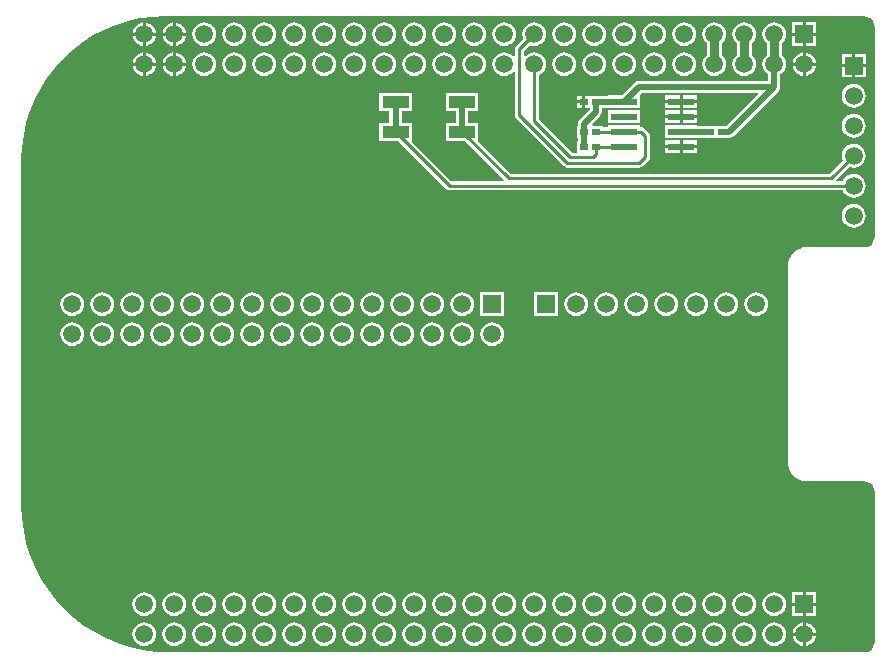
<source format=gbl>
%FSLAX25Y25*%
%MOIN*%
G70*
G01*
G75*
G04 Layer_Physical_Order=2*
G04 Layer_Color=16711680*
%ADD10R,0.02362X0.06496*%
%ADD11C,0.02000*%
%ADD12C,0.01000*%
%ADD13R,0.05906X0.05906*%
%ADD14C,0.05906*%
%ADD15R,0.05906X0.05906*%
%ADD16R,0.08661X0.02362*%
%ADD17R,0.08740X0.04016*%
%ADD18R,0.02500X0.02000*%
%ADD19C,0.03000*%
G36*
X82500Y213471D02*
X315500D01*
X315528Y213476D01*
X316401Y213361D01*
X317240Y213014D01*
X317961Y212461D01*
X318514Y211740D01*
X318861Y210901D01*
X318976Y210028D01*
X318971Y210000D01*
Y140000D01*
X318976Y139972D01*
X318861Y139099D01*
X318514Y138260D01*
X317961Y137539D01*
X317240Y136986D01*
X316401Y136639D01*
X315528Y136524D01*
X315500Y136529D01*
X296500D01*
Y136531D01*
X295226Y136406D01*
X294001Y136034D01*
X292871Y135431D01*
X291882Y134618D01*
X291069Y133629D01*
X290466Y132500D01*
X290094Y131274D01*
X289969Y130000D01*
X289971D01*
Y65000D01*
X289969D01*
X290094Y63726D01*
X290466Y62501D01*
X291069Y61371D01*
X291882Y60382D01*
X292871Y59569D01*
X294001Y58966D01*
X295226Y58594D01*
X296500Y58469D01*
Y58471D01*
X315500D01*
X315528Y58476D01*
X316401Y58361D01*
X317240Y58014D01*
X317961Y57461D01*
X318514Y56740D01*
X318861Y55901D01*
X318976Y55028D01*
X318971Y55000D01*
Y5000D01*
X318976Y4972D01*
X318861Y4099D01*
X318514Y3260D01*
X317961Y2539D01*
X317240Y1986D01*
X316401Y1639D01*
X315528Y1524D01*
X315500Y1529D01*
X83500D01*
X83393Y1508D01*
X79230Y1690D01*
X74992Y2248D01*
X70819Y3173D01*
X66742Y4458D01*
X62793Y6094D01*
X59002Y8068D01*
X55397Y10364D01*
X52006Y12966D01*
X48854Y15854D01*
X45966Y19006D01*
X43364Y22397D01*
X41068Y26002D01*
X39094Y29793D01*
X37458Y33742D01*
X36173Y37819D01*
X35248Y41992D01*
X34690Y46230D01*
X34508Y50393D01*
X34529Y50500D01*
Y165006D01*
Y165006D01*
Y165004D01*
X34529Y165006D01*
X34529Y165486D01*
Y165500D01*
Y165500D01*
X34526Y165998D01*
X34526Y165999D01*
X34687Y169683D01*
X35234Y173834D01*
X36140Y177922D01*
X37399Y181915D01*
X39001Y185784D01*
X40935Y189498D01*
X43184Y193029D01*
X45733Y196351D01*
X48562Y199438D01*
X51649Y202267D01*
X54971Y204816D01*
X58502Y207066D01*
X62216Y208999D01*
X66084Y210601D01*
X70078Y211860D01*
X74166Y212767D01*
X78317Y213313D01*
X82397Y213491D01*
X82500Y213471D01*
D02*
G37*
%LPC*%
G36*
X101500Y111487D02*
X100468Y111351D01*
X99507Y110953D01*
X98681Y110319D01*
X98047Y109493D01*
X97649Y108532D01*
X97513Y107500D01*
X97649Y106468D01*
X98047Y105507D01*
X98681Y104681D01*
X99507Y104047D01*
X100468Y103649D01*
X101500Y103513D01*
X102532Y103649D01*
X103493Y104047D01*
X104319Y104681D01*
X104953Y105507D01*
X105351Y106468D01*
X105487Y107500D01*
X105351Y108532D01*
X104953Y109493D01*
X104319Y110319D01*
X103493Y110953D01*
X102532Y111351D01*
X101500Y111487D01*
D02*
G37*
G36*
X91500D02*
X90468Y111351D01*
X89507Y110953D01*
X88681Y110319D01*
X88047Y109493D01*
X87649Y108532D01*
X87513Y107500D01*
X87649Y106468D01*
X88047Y105507D01*
X88681Y104681D01*
X89507Y104047D01*
X90468Y103649D01*
X91500Y103513D01*
X92532Y103649D01*
X93493Y104047D01*
X94319Y104681D01*
X94953Y105507D01*
X95351Y106468D01*
X95487Y107500D01*
X95351Y108532D01*
X94953Y109493D01*
X94319Y110319D01*
X93493Y110953D01*
X92532Y111351D01*
X91500Y111487D01*
D02*
G37*
G36*
X71500D02*
X70468Y111351D01*
X69507Y110953D01*
X68681Y110319D01*
X68047Y109493D01*
X67649Y108532D01*
X67513Y107500D01*
X67649Y106468D01*
X68047Y105507D01*
X68681Y104681D01*
X69507Y104047D01*
X70468Y103649D01*
X71500Y103513D01*
X72532Y103649D01*
X73493Y104047D01*
X74319Y104681D01*
X74953Y105507D01*
X75351Y106468D01*
X75487Y107500D01*
X75351Y108532D01*
X74953Y109493D01*
X74319Y110319D01*
X73493Y110953D01*
X72532Y111351D01*
X71500Y111487D01*
D02*
G37*
G36*
X81500D02*
X80468Y111351D01*
X79507Y110953D01*
X78681Y110319D01*
X78047Y109493D01*
X77649Y108532D01*
X77513Y107500D01*
X77649Y106468D01*
X78047Y105507D01*
X78681Y104681D01*
X79507Y104047D01*
X80468Y103649D01*
X81500Y103513D01*
X82532Y103649D01*
X83493Y104047D01*
X84319Y104681D01*
X84953Y105507D01*
X85351Y106468D01*
X85487Y107500D01*
X85351Y108532D01*
X84953Y109493D01*
X84319Y110319D01*
X83493Y110953D01*
X82532Y111351D01*
X81500Y111487D01*
D02*
G37*
G36*
X111500D02*
X110468Y111351D01*
X109507Y110953D01*
X108681Y110319D01*
X108047Y109493D01*
X107649Y108532D01*
X107513Y107500D01*
X107649Y106468D01*
X108047Y105507D01*
X108681Y104681D01*
X109507Y104047D01*
X110468Y103649D01*
X111500Y103513D01*
X112532Y103649D01*
X113493Y104047D01*
X114319Y104681D01*
X114953Y105507D01*
X115351Y106468D01*
X115487Y107500D01*
X115351Y108532D01*
X114953Y109493D01*
X114319Y110319D01*
X113493Y110953D01*
X112532Y111351D01*
X111500Y111487D01*
D02*
G37*
G36*
X151500D02*
X150468Y111351D01*
X149507Y110953D01*
X148681Y110319D01*
X148047Y109493D01*
X147649Y108532D01*
X147513Y107500D01*
X147649Y106468D01*
X148047Y105507D01*
X148681Y104681D01*
X149507Y104047D01*
X150468Y103649D01*
X151500Y103513D01*
X152532Y103649D01*
X153493Y104047D01*
X154319Y104681D01*
X154953Y105507D01*
X155351Y106468D01*
X155487Y107500D01*
X155351Y108532D01*
X154953Y109493D01*
X154319Y110319D01*
X153493Y110953D01*
X152532Y111351D01*
X151500Y111487D01*
D02*
G37*
G36*
X161500D02*
X160468Y111351D01*
X159507Y110953D01*
X158681Y110319D01*
X158047Y109493D01*
X157649Y108532D01*
X157513Y107500D01*
X157649Y106468D01*
X158047Y105507D01*
X158681Y104681D01*
X159507Y104047D01*
X160468Y103649D01*
X161500Y103513D01*
X162532Y103649D01*
X163493Y104047D01*
X164319Y104681D01*
X164953Y105507D01*
X165351Y106468D01*
X165487Y107500D01*
X165351Y108532D01*
X164953Y109493D01*
X164319Y110319D01*
X163493Y110953D01*
X162532Y111351D01*
X161500Y111487D01*
D02*
G37*
G36*
X141500D02*
X140468Y111351D01*
X139507Y110953D01*
X138681Y110319D01*
X138047Y109493D01*
X137649Y108532D01*
X137513Y107500D01*
X137649Y106468D01*
X138047Y105507D01*
X138681Y104681D01*
X139507Y104047D01*
X140468Y103649D01*
X141500Y103513D01*
X142532Y103649D01*
X143493Y104047D01*
X144319Y104681D01*
X144953Y105507D01*
X145351Y106468D01*
X145487Y107500D01*
X145351Y108532D01*
X144953Y109493D01*
X144319Y110319D01*
X143493Y110953D01*
X142532Y111351D01*
X141500Y111487D01*
D02*
G37*
G36*
X121500D02*
X120468Y111351D01*
X119507Y110953D01*
X118681Y110319D01*
X118047Y109493D01*
X117649Y108532D01*
X117513Y107500D01*
X117649Y106468D01*
X118047Y105507D01*
X118681Y104681D01*
X119507Y104047D01*
X120468Y103649D01*
X121500Y103513D01*
X122532Y103649D01*
X123493Y104047D01*
X124319Y104681D01*
X124953Y105507D01*
X125351Y106468D01*
X125487Y107500D01*
X125351Y108532D01*
X124953Y109493D01*
X124319Y110319D01*
X123493Y110953D01*
X122532Y111351D01*
X121500Y111487D01*
D02*
G37*
G36*
X131500D02*
X130468Y111351D01*
X129507Y110953D01*
X128681Y110319D01*
X128047Y109493D01*
X127649Y108532D01*
X127513Y107500D01*
X127649Y106468D01*
X128047Y105507D01*
X128681Y104681D01*
X129507Y104047D01*
X130468Y103649D01*
X131500Y103513D01*
X132532Y103649D01*
X133493Y104047D01*
X134319Y104681D01*
X134953Y105507D01*
X135351Y106468D01*
X135487Y107500D01*
X135351Y108532D01*
X134953Y109493D01*
X134319Y110319D01*
X133493Y110953D01*
X132532Y111351D01*
X131500Y111487D01*
D02*
G37*
G36*
X61500D02*
X60468Y111351D01*
X59507Y110953D01*
X58681Y110319D01*
X58047Y109493D01*
X57649Y108532D01*
X57513Y107500D01*
X57649Y106468D01*
X58047Y105507D01*
X58681Y104681D01*
X59507Y104047D01*
X60468Y103649D01*
X61500Y103513D01*
X62532Y103649D01*
X63493Y104047D01*
X64319Y104681D01*
X64953Y105507D01*
X65351Y106468D01*
X65487Y107500D01*
X65351Y108532D01*
X64953Y109493D01*
X64319Y110319D01*
X63493Y110953D01*
X62532Y111351D01*
X61500Y111487D01*
D02*
G37*
G36*
X275500Y21487D02*
X274468Y21351D01*
X273507Y20953D01*
X272681Y20319D01*
X272047Y19493D01*
X271649Y18532D01*
X271513Y17500D01*
X271649Y16468D01*
X272047Y15507D01*
X272681Y14681D01*
X273507Y14047D01*
X274468Y13649D01*
X275500Y13513D01*
X276532Y13649D01*
X277493Y14047D01*
X278319Y14681D01*
X278953Y15507D01*
X279351Y16468D01*
X279487Y17500D01*
X279351Y18532D01*
X278953Y19493D01*
X278319Y20319D01*
X277493Y20953D01*
X276532Y21351D01*
X275500Y21487D01*
D02*
G37*
G36*
X285500D02*
X284468Y21351D01*
X283507Y20953D01*
X282681Y20319D01*
X282047Y19493D01*
X281649Y18532D01*
X281513Y17500D01*
X281649Y16468D01*
X282047Y15507D01*
X282681Y14681D01*
X283507Y14047D01*
X284468Y13649D01*
X285500Y13513D01*
X286532Y13649D01*
X287493Y14047D01*
X288319Y14681D01*
X288953Y15507D01*
X289351Y16468D01*
X289487Y17500D01*
X289351Y18532D01*
X288953Y19493D01*
X288319Y20319D01*
X287493Y20953D01*
X286532Y21351D01*
X285500Y21487D01*
D02*
G37*
G36*
X265500D02*
X264468Y21351D01*
X263507Y20953D01*
X262681Y20319D01*
X262047Y19493D01*
X261649Y18532D01*
X261513Y17500D01*
X261649Y16468D01*
X262047Y15507D01*
X262681Y14681D01*
X263507Y14047D01*
X264468Y13649D01*
X265500Y13513D01*
X266532Y13649D01*
X267493Y14047D01*
X268319Y14681D01*
X268953Y15507D01*
X269351Y16468D01*
X269487Y17500D01*
X269351Y18532D01*
X268953Y19493D01*
X268319Y20319D01*
X267493Y20953D01*
X266532Y21351D01*
X265500Y21487D01*
D02*
G37*
G36*
X245500D02*
X244468Y21351D01*
X243507Y20953D01*
X242681Y20319D01*
X242047Y19493D01*
X241649Y18532D01*
X241513Y17500D01*
X241649Y16468D01*
X242047Y15507D01*
X242681Y14681D01*
X243507Y14047D01*
X244468Y13649D01*
X245500Y13513D01*
X246532Y13649D01*
X247493Y14047D01*
X248319Y14681D01*
X248953Y15507D01*
X249351Y16468D01*
X249487Y17500D01*
X249351Y18532D01*
X248953Y19493D01*
X248319Y20319D01*
X247493Y20953D01*
X246532Y21351D01*
X245500Y21487D01*
D02*
G37*
G36*
X255500D02*
X254468Y21351D01*
X253507Y20953D01*
X252681Y20319D01*
X252047Y19493D01*
X251649Y18532D01*
X251513Y17500D01*
X251649Y16468D01*
X252047Y15507D01*
X252681Y14681D01*
X253507Y14047D01*
X254468Y13649D01*
X255500Y13513D01*
X256532Y13649D01*
X257493Y14047D01*
X258319Y14681D01*
X258953Y15507D01*
X259351Y16468D01*
X259487Y17500D01*
X259351Y18532D01*
X258953Y19493D01*
X258319Y20319D01*
X257493Y20953D01*
X256532Y21351D01*
X255500Y21487D01*
D02*
G37*
G36*
X299453Y21453D02*
X296000D01*
Y18000D01*
X299453D01*
Y21453D01*
D02*
G37*
G36*
X51500Y111487D02*
X50468Y111351D01*
X49507Y110953D01*
X48681Y110319D01*
X48047Y109493D01*
X47649Y108532D01*
X47513Y107500D01*
X47649Y106468D01*
X48047Y105507D01*
X48681Y104681D01*
X49507Y104047D01*
X50468Y103649D01*
X51500Y103513D01*
X52532Y103649D01*
X53493Y104047D01*
X54319Y104681D01*
X54953Y105507D01*
X55351Y106468D01*
X55487Y107500D01*
X55351Y108532D01*
X54953Y109493D01*
X54319Y110319D01*
X53493Y110953D01*
X52532Y111351D01*
X51500Y111487D01*
D02*
G37*
G36*
X295000Y21453D02*
X291547D01*
Y18000D01*
X295000D01*
Y21453D01*
D02*
G37*
G36*
Y17000D02*
X291547D01*
Y13547D01*
X295000D01*
Y17000D01*
D02*
G37*
G36*
X299453D02*
X296000D01*
Y13547D01*
X299453D01*
Y17000D01*
D02*
G37*
G36*
X161500Y121487D02*
X160468Y121351D01*
X159507Y120953D01*
X158681Y120319D01*
X158047Y119493D01*
X157649Y118532D01*
X157513Y117500D01*
X157649Y116468D01*
X158047Y115507D01*
X158681Y114681D01*
X159507Y114047D01*
X160468Y113649D01*
X161500Y113513D01*
X162532Y113649D01*
X163493Y114047D01*
X164319Y114681D01*
X164953Y115507D01*
X165351Y116468D01*
X165487Y117500D01*
X165351Y118532D01*
X164953Y119493D01*
X164319Y120319D01*
X163493Y120953D01*
X162532Y121351D01*
X161500Y121487D01*
D02*
G37*
G36*
X171500D02*
X170468Y121351D01*
X169507Y120953D01*
X168681Y120319D01*
X168047Y119493D01*
X167649Y118532D01*
X167513Y117500D01*
X167649Y116468D01*
X168047Y115507D01*
X168681Y114681D01*
X169507Y114047D01*
X170468Y113649D01*
X171500Y113513D01*
X172532Y113649D01*
X173493Y114047D01*
X174319Y114681D01*
X174953Y115507D01*
X175351Y116468D01*
X175487Y117500D01*
X175351Y118532D01*
X174953Y119493D01*
X174319Y120319D01*
X173493Y120953D01*
X172532Y121351D01*
X171500Y121487D01*
D02*
G37*
G36*
X151500D02*
X150468Y121351D01*
X149507Y120953D01*
X148681Y120319D01*
X148047Y119493D01*
X147649Y118532D01*
X147513Y117500D01*
X147649Y116468D01*
X148047Y115507D01*
X148681Y114681D01*
X149507Y114047D01*
X150468Y113649D01*
X151500Y113513D01*
X152532Y113649D01*
X153493Y114047D01*
X154319Y114681D01*
X154953Y115507D01*
X155351Y116468D01*
X155487Y117500D01*
X155351Y118532D01*
X154953Y119493D01*
X154319Y120319D01*
X153493Y120953D01*
X152532Y121351D01*
X151500Y121487D01*
D02*
G37*
G36*
X131500D02*
X130468Y121351D01*
X129507Y120953D01*
X128681Y120319D01*
X128047Y119493D01*
X127649Y118532D01*
X127513Y117500D01*
X127649Y116468D01*
X128047Y115507D01*
X128681Y114681D01*
X129507Y114047D01*
X130468Y113649D01*
X131500Y113513D01*
X132532Y113649D01*
X133493Y114047D01*
X134319Y114681D01*
X134953Y115507D01*
X135351Y116468D01*
X135487Y117500D01*
X135351Y118532D01*
X134953Y119493D01*
X134319Y120319D01*
X133493Y120953D01*
X132532Y121351D01*
X131500Y121487D01*
D02*
G37*
G36*
X141500D02*
X140468Y121351D01*
X139507Y120953D01*
X138681Y120319D01*
X138047Y119493D01*
X137649Y118532D01*
X137513Y117500D01*
X137649Y116468D01*
X138047Y115507D01*
X138681Y114681D01*
X139507Y114047D01*
X140468Y113649D01*
X141500Y113513D01*
X142532Y113649D01*
X143493Y114047D01*
X144319Y114681D01*
X144953Y115507D01*
X145351Y116468D01*
X145487Y117500D01*
X145351Y118532D01*
X144953Y119493D01*
X144319Y120319D01*
X143493Y120953D01*
X142532Y121351D01*
X141500Y121487D01*
D02*
G37*
G36*
X239500D02*
X238468Y121351D01*
X237507Y120953D01*
X236681Y120319D01*
X236047Y119493D01*
X235649Y118532D01*
X235513Y117500D01*
X235649Y116468D01*
X236047Y115507D01*
X236681Y114681D01*
X237507Y114047D01*
X238468Y113649D01*
X239500Y113513D01*
X240532Y113649D01*
X241493Y114047D01*
X242319Y114681D01*
X242953Y115507D01*
X243351Y116468D01*
X243487Y117500D01*
X243351Y118532D01*
X242953Y119493D01*
X242319Y120319D01*
X241493Y120953D01*
X240532Y121351D01*
X239500Y121487D01*
D02*
G37*
G36*
X249500D02*
X248468Y121351D01*
X247507Y120953D01*
X246681Y120319D01*
X246047Y119493D01*
X245649Y118532D01*
X245513Y117500D01*
X245649Y116468D01*
X246047Y115507D01*
X246681Y114681D01*
X247507Y114047D01*
X248468Y113649D01*
X249500Y113513D01*
X250532Y113649D01*
X251493Y114047D01*
X252319Y114681D01*
X252953Y115507D01*
X253351Y116468D01*
X253487Y117500D01*
X253351Y118532D01*
X252953Y119493D01*
X252319Y120319D01*
X251493Y120953D01*
X250532Y121351D01*
X249500Y121487D01*
D02*
G37*
G36*
X229500D02*
X228468Y121351D01*
X227507Y120953D01*
X226681Y120319D01*
X226047Y119493D01*
X225649Y118532D01*
X225513Y117500D01*
X225649Y116468D01*
X226047Y115507D01*
X226681Y114681D01*
X227507Y114047D01*
X228468Y113649D01*
X229500Y113513D01*
X230532Y113649D01*
X231493Y114047D01*
X232319Y114681D01*
X232953Y115507D01*
X233351Y116468D01*
X233487Y117500D01*
X233351Y118532D01*
X232953Y119493D01*
X232319Y120319D01*
X231493Y120953D01*
X230532Y121351D01*
X229500Y121487D01*
D02*
G37*
G36*
X181500D02*
X180468Y121351D01*
X179507Y120953D01*
X178681Y120319D01*
X178047Y119493D01*
X177649Y118532D01*
X177513Y117500D01*
X177649Y116468D01*
X178047Y115507D01*
X178681Y114681D01*
X179507Y114047D01*
X180468Y113649D01*
X181500Y113513D01*
X182532Y113649D01*
X183493Y114047D01*
X184319Y114681D01*
X184953Y115507D01*
X185351Y116468D01*
X185487Y117500D01*
X185351Y118532D01*
X184953Y119493D01*
X184319Y120319D01*
X183493Y120953D01*
X182532Y121351D01*
X181500Y121487D01*
D02*
G37*
G36*
X219500D02*
X218468Y121351D01*
X217507Y120953D01*
X216681Y120319D01*
X216047Y119493D01*
X215649Y118532D01*
X215513Y117500D01*
X215649Y116468D01*
X216047Y115507D01*
X216681Y114681D01*
X217507Y114047D01*
X218468Y113649D01*
X219500Y113513D01*
X220532Y113649D01*
X221493Y114047D01*
X222319Y114681D01*
X222953Y115507D01*
X223351Y116468D01*
X223487Y117500D01*
X223351Y118532D01*
X222953Y119493D01*
X222319Y120319D01*
X221493Y120953D01*
X220532Y121351D01*
X219500Y121487D01*
D02*
G37*
G36*
X121500D02*
X120468Y121351D01*
X119507Y120953D01*
X118681Y120319D01*
X118047Y119493D01*
X117649Y118532D01*
X117513Y117500D01*
X117649Y116468D01*
X118047Y115507D01*
X118681Y114681D01*
X119507Y114047D01*
X120468Y113649D01*
X121500Y113513D01*
X122532Y113649D01*
X123493Y114047D01*
X124319Y114681D01*
X124953Y115507D01*
X125351Y116468D01*
X125487Y117500D01*
X125351Y118532D01*
X124953Y119493D01*
X124319Y120319D01*
X123493Y120953D01*
X122532Y121351D01*
X121500Y121487D01*
D02*
G37*
G36*
X51500D02*
X50468Y121351D01*
X49507Y120953D01*
X48681Y120319D01*
X48047Y119493D01*
X47649Y118532D01*
X47513Y117500D01*
X47649Y116468D01*
X48047Y115507D01*
X48681Y114681D01*
X49507Y114047D01*
X50468Y113649D01*
X51500Y113513D01*
X52532Y113649D01*
X53493Y114047D01*
X54319Y114681D01*
X54953Y115507D01*
X55351Y116468D01*
X55487Y117500D01*
X55351Y118532D01*
X54953Y119493D01*
X54319Y120319D01*
X53493Y120953D01*
X52532Y121351D01*
X51500Y121487D01*
D02*
G37*
G36*
X61500D02*
X60468Y121351D01*
X59507Y120953D01*
X58681Y120319D01*
X58047Y119493D01*
X57649Y118532D01*
X57513Y117500D01*
X57649Y116468D01*
X58047Y115507D01*
X58681Y114681D01*
X59507Y114047D01*
X60468Y113649D01*
X61500Y113513D01*
X62532Y113649D01*
X63493Y114047D01*
X64319Y114681D01*
X64953Y115507D01*
X65351Y116468D01*
X65487Y117500D01*
X65351Y118532D01*
X64953Y119493D01*
X64319Y120319D01*
X63493Y120953D01*
X62532Y121351D01*
X61500Y121487D01*
D02*
G37*
G36*
X191500Y111487D02*
X190468Y111351D01*
X189507Y110953D01*
X188681Y110319D01*
X188047Y109493D01*
X187649Y108532D01*
X187513Y107500D01*
X187649Y106468D01*
X188047Y105507D01*
X188681Y104681D01*
X189507Y104047D01*
X190468Y103649D01*
X191500Y103513D01*
X192532Y103649D01*
X193493Y104047D01*
X194319Y104681D01*
X194953Y105507D01*
X195351Y106468D01*
X195487Y107500D01*
X195351Y108532D01*
X194953Y109493D01*
X194319Y110319D01*
X193493Y110953D01*
X192532Y111351D01*
X191500Y111487D01*
D02*
G37*
G36*
X171500D02*
X170468Y111351D01*
X169507Y110953D01*
X168681Y110319D01*
X168047Y109493D01*
X167649Y108532D01*
X167513Y107500D01*
X167649Y106468D01*
X168047Y105507D01*
X168681Y104681D01*
X169507Y104047D01*
X170468Y103649D01*
X171500Y103513D01*
X172532Y103649D01*
X173493Y104047D01*
X174319Y104681D01*
X174953Y105507D01*
X175351Y106468D01*
X175487Y107500D01*
X175351Y108532D01*
X174953Y109493D01*
X174319Y110319D01*
X173493Y110953D01*
X172532Y111351D01*
X171500Y111487D01*
D02*
G37*
G36*
X181500D02*
X180468Y111351D01*
X179507Y110953D01*
X178681Y110319D01*
X178047Y109493D01*
X177649Y108532D01*
X177513Y107500D01*
X177649Y106468D01*
X178047Y105507D01*
X178681Y104681D01*
X179507Y104047D01*
X180468Y103649D01*
X181500Y103513D01*
X182532Y103649D01*
X183493Y104047D01*
X184319Y104681D01*
X184953Y105507D01*
X185351Y106468D01*
X185487Y107500D01*
X185351Y108532D01*
X184953Y109493D01*
X184319Y110319D01*
X183493Y110953D01*
X182532Y111351D01*
X181500Y111487D01*
D02*
G37*
G36*
X101500Y121487D02*
X100468Y121351D01*
X99507Y120953D01*
X98681Y120319D01*
X98047Y119493D01*
X97649Y118532D01*
X97513Y117500D01*
X97649Y116468D01*
X98047Y115507D01*
X98681Y114681D01*
X99507Y114047D01*
X100468Y113649D01*
X101500Y113513D01*
X102532Y113649D01*
X103493Y114047D01*
X104319Y114681D01*
X104953Y115507D01*
X105351Y116468D01*
X105487Y117500D01*
X105351Y118532D01*
X104953Y119493D01*
X104319Y120319D01*
X103493Y120953D01*
X102532Y121351D01*
X101500Y121487D01*
D02*
G37*
G36*
X111500D02*
X110468Y121351D01*
X109507Y120953D01*
X108681Y120319D01*
X108047Y119493D01*
X107649Y118532D01*
X107513Y117500D01*
X107649Y116468D01*
X108047Y115507D01*
X108681Y114681D01*
X109507Y114047D01*
X110468Y113649D01*
X111500Y113513D01*
X112532Y113649D01*
X113493Y114047D01*
X114319Y114681D01*
X114953Y115507D01*
X115351Y116468D01*
X115487Y117500D01*
X115351Y118532D01*
X114953Y119493D01*
X114319Y120319D01*
X113493Y120953D01*
X112532Y121351D01*
X111500Y121487D01*
D02*
G37*
G36*
X91500D02*
X90468Y121351D01*
X89507Y120953D01*
X88681Y120319D01*
X88047Y119493D01*
X87649Y118532D01*
X87513Y117500D01*
X87649Y116468D01*
X88047Y115507D01*
X88681Y114681D01*
X89507Y114047D01*
X90468Y113649D01*
X91500Y113513D01*
X92532Y113649D01*
X93493Y114047D01*
X94319Y114681D01*
X94953Y115507D01*
X95351Y116468D01*
X95487Y117500D01*
X95351Y118532D01*
X94953Y119493D01*
X94319Y120319D01*
X93493Y120953D01*
X92532Y121351D01*
X91500Y121487D01*
D02*
G37*
G36*
X71500D02*
X70468Y121351D01*
X69507Y120953D01*
X68681Y120319D01*
X68047Y119493D01*
X67649Y118532D01*
X67513Y117500D01*
X67649Y116468D01*
X68047Y115507D01*
X68681Y114681D01*
X69507Y114047D01*
X70468Y113649D01*
X71500Y113513D01*
X72532Y113649D01*
X73493Y114047D01*
X74319Y114681D01*
X74953Y115507D01*
X75351Y116468D01*
X75487Y117500D01*
X75351Y118532D01*
X74953Y119493D01*
X74319Y120319D01*
X73493Y120953D01*
X72532Y121351D01*
X71500Y121487D01*
D02*
G37*
G36*
X81500D02*
X80468Y121351D01*
X79507Y120953D01*
X78681Y120319D01*
X78047Y119493D01*
X77649Y118532D01*
X77513Y117500D01*
X77649Y116468D01*
X78047Y115507D01*
X78681Y114681D01*
X79507Y114047D01*
X80468Y113649D01*
X81500Y113513D01*
X82532Y113649D01*
X83493Y114047D01*
X84319Y114681D01*
X84953Y115507D01*
X85351Y116468D01*
X85487Y117500D01*
X85351Y118532D01*
X84953Y119493D01*
X84319Y120319D01*
X83493Y120953D01*
X82532Y121351D01*
X81500Y121487D01*
D02*
G37*
G36*
X215500Y11487D02*
X214468Y11351D01*
X213507Y10953D01*
X212681Y10319D01*
X212047Y9493D01*
X211649Y8532D01*
X211513Y7500D01*
X211649Y6468D01*
X212047Y5507D01*
X212681Y4681D01*
X213507Y4047D01*
X214468Y3649D01*
X215500Y3513D01*
X216532Y3649D01*
X217493Y4047D01*
X218319Y4681D01*
X218953Y5507D01*
X219351Y6468D01*
X219487Y7500D01*
X219351Y8532D01*
X218953Y9493D01*
X218319Y10319D01*
X217493Y10953D01*
X216532Y11351D01*
X215500Y11487D01*
D02*
G37*
G36*
X225500D02*
X224468Y11351D01*
X223507Y10953D01*
X222681Y10319D01*
X222047Y9493D01*
X221649Y8532D01*
X221513Y7500D01*
X221649Y6468D01*
X222047Y5507D01*
X222681Y4681D01*
X223507Y4047D01*
X224468Y3649D01*
X225500Y3513D01*
X226532Y3649D01*
X227493Y4047D01*
X228319Y4681D01*
X228953Y5507D01*
X229351Y6468D01*
X229487Y7500D01*
X229351Y8532D01*
X228953Y9493D01*
X228319Y10319D01*
X227493Y10953D01*
X226532Y11351D01*
X225500Y11487D01*
D02*
G37*
G36*
X205500D02*
X204468Y11351D01*
X203507Y10953D01*
X202681Y10319D01*
X202047Y9493D01*
X201649Y8532D01*
X201513Y7500D01*
X201649Y6468D01*
X202047Y5507D01*
X202681Y4681D01*
X203507Y4047D01*
X204468Y3649D01*
X205500Y3513D01*
X206532Y3649D01*
X207493Y4047D01*
X208319Y4681D01*
X208953Y5507D01*
X209351Y6468D01*
X209487Y7500D01*
X209351Y8532D01*
X208953Y9493D01*
X208319Y10319D01*
X207493Y10953D01*
X206532Y11351D01*
X205500Y11487D01*
D02*
G37*
G36*
X185500D02*
X184468Y11351D01*
X183507Y10953D01*
X182681Y10319D01*
X182047Y9493D01*
X181649Y8532D01*
X181513Y7500D01*
X181649Y6468D01*
X182047Y5507D01*
X182681Y4681D01*
X183507Y4047D01*
X184468Y3649D01*
X185500Y3513D01*
X186532Y3649D01*
X187493Y4047D01*
X188319Y4681D01*
X188953Y5507D01*
X189351Y6468D01*
X189487Y7500D01*
X189351Y8532D01*
X188953Y9493D01*
X188319Y10319D01*
X187493Y10953D01*
X186532Y11351D01*
X185500Y11487D01*
D02*
G37*
G36*
X195500D02*
X194468Y11351D01*
X193507Y10953D01*
X192681Y10319D01*
X192047Y9493D01*
X191649Y8532D01*
X191513Y7500D01*
X191649Y6468D01*
X192047Y5507D01*
X192681Y4681D01*
X193507Y4047D01*
X194468Y3649D01*
X195500Y3513D01*
X196532Y3649D01*
X197493Y4047D01*
X198319Y4681D01*
X198953Y5507D01*
X199351Y6468D01*
X199487Y7500D01*
X199351Y8532D01*
X198953Y9493D01*
X198319Y10319D01*
X197493Y10953D01*
X196532Y11351D01*
X195500Y11487D01*
D02*
G37*
G36*
X265500D02*
X264468Y11351D01*
X263507Y10953D01*
X262681Y10319D01*
X262047Y9493D01*
X261649Y8532D01*
X261513Y7500D01*
X261649Y6468D01*
X262047Y5507D01*
X262681Y4681D01*
X263507Y4047D01*
X264468Y3649D01*
X265500Y3513D01*
X266532Y3649D01*
X267493Y4047D01*
X268319Y4681D01*
X268953Y5507D01*
X269351Y6468D01*
X269487Y7500D01*
X269351Y8532D01*
X268953Y9493D01*
X268319Y10319D01*
X267493Y10953D01*
X266532Y11351D01*
X265500Y11487D01*
D02*
G37*
G36*
X275500D02*
X274468Y11351D01*
X273507Y10953D01*
X272681Y10319D01*
X272047Y9493D01*
X271649Y8532D01*
X271513Y7500D01*
X271649Y6468D01*
X272047Y5507D01*
X272681Y4681D01*
X273507Y4047D01*
X274468Y3649D01*
X275500Y3513D01*
X276532Y3649D01*
X277493Y4047D01*
X278319Y4681D01*
X278953Y5507D01*
X279351Y6468D01*
X279487Y7500D01*
X279351Y8532D01*
X278953Y9493D01*
X278319Y10319D01*
X277493Y10953D01*
X276532Y11351D01*
X275500Y11487D01*
D02*
G37*
G36*
X255500D02*
X254468Y11351D01*
X253507Y10953D01*
X252681Y10319D01*
X252047Y9493D01*
X251649Y8532D01*
X251513Y7500D01*
X251649Y6468D01*
X252047Y5507D01*
X252681Y4681D01*
X253507Y4047D01*
X254468Y3649D01*
X255500Y3513D01*
X256532Y3649D01*
X257493Y4047D01*
X258319Y4681D01*
X258953Y5507D01*
X259351Y6468D01*
X259487Y7500D01*
X259351Y8532D01*
X258953Y9493D01*
X258319Y10319D01*
X257493Y10953D01*
X256532Y11351D01*
X255500Y11487D01*
D02*
G37*
G36*
X235500D02*
X234468Y11351D01*
X233507Y10953D01*
X232681Y10319D01*
X232047Y9493D01*
X231649Y8532D01*
X231513Y7500D01*
X231649Y6468D01*
X232047Y5507D01*
X232681Y4681D01*
X233507Y4047D01*
X234468Y3649D01*
X235500Y3513D01*
X236532Y3649D01*
X237493Y4047D01*
X238319Y4681D01*
X238953Y5507D01*
X239351Y6468D01*
X239487Y7500D01*
X239351Y8532D01*
X238953Y9493D01*
X238319Y10319D01*
X237493Y10953D01*
X236532Y11351D01*
X235500Y11487D01*
D02*
G37*
G36*
X245500D02*
X244468Y11351D01*
X243507Y10953D01*
X242681Y10319D01*
X242047Y9493D01*
X241649Y8532D01*
X241513Y7500D01*
X241649Y6468D01*
X242047Y5507D01*
X242681Y4681D01*
X243507Y4047D01*
X244468Y3649D01*
X245500Y3513D01*
X246532Y3649D01*
X247493Y4047D01*
X248319Y4681D01*
X248953Y5507D01*
X249351Y6468D01*
X249487Y7500D01*
X249351Y8532D01*
X248953Y9493D01*
X248319Y10319D01*
X247493Y10953D01*
X246532Y11351D01*
X245500Y11487D01*
D02*
G37*
G36*
X175500D02*
X174468Y11351D01*
X173507Y10953D01*
X172681Y10319D01*
X172047Y9493D01*
X171649Y8532D01*
X171513Y7500D01*
X171649Y6468D01*
X172047Y5507D01*
X172681Y4681D01*
X173507Y4047D01*
X174468Y3649D01*
X175500Y3513D01*
X176532Y3649D01*
X177493Y4047D01*
X178319Y4681D01*
X178953Y5507D01*
X179351Y6468D01*
X179487Y7500D01*
X179351Y8532D01*
X178953Y9493D01*
X178319Y10319D01*
X177493Y10953D01*
X176532Y11351D01*
X175500Y11487D01*
D02*
G37*
G36*
X105500D02*
X104468Y11351D01*
X103507Y10953D01*
X102681Y10319D01*
X102047Y9493D01*
X101649Y8532D01*
X101513Y7500D01*
X101649Y6468D01*
X102047Y5507D01*
X102681Y4681D01*
X103507Y4047D01*
X104468Y3649D01*
X105500Y3513D01*
X106532Y3649D01*
X107493Y4047D01*
X108319Y4681D01*
X108953Y5507D01*
X109351Y6468D01*
X109487Y7500D01*
X109351Y8532D01*
X108953Y9493D01*
X108319Y10319D01*
X107493Y10953D01*
X106532Y11351D01*
X105500Y11487D01*
D02*
G37*
G36*
X115500D02*
X114468Y11351D01*
X113507Y10953D01*
X112681Y10319D01*
X112047Y9493D01*
X111649Y8532D01*
X111513Y7500D01*
X111649Y6468D01*
X112047Y5507D01*
X112681Y4681D01*
X113507Y4047D01*
X114468Y3649D01*
X115500Y3513D01*
X116532Y3649D01*
X117493Y4047D01*
X118319Y4681D01*
X118953Y5507D01*
X119351Y6468D01*
X119487Y7500D01*
X119351Y8532D01*
X118953Y9493D01*
X118319Y10319D01*
X117493Y10953D01*
X116532Y11351D01*
X115500Y11487D01*
D02*
G37*
G36*
X95500D02*
X94468Y11351D01*
X93507Y10953D01*
X92681Y10319D01*
X92047Y9493D01*
X91649Y8532D01*
X91513Y7500D01*
X91649Y6468D01*
X92047Y5507D01*
X92681Y4681D01*
X93507Y4047D01*
X94468Y3649D01*
X95500Y3513D01*
X96532Y3649D01*
X97493Y4047D01*
X98319Y4681D01*
X98953Y5507D01*
X99351Y6468D01*
X99487Y7500D01*
X99351Y8532D01*
X98953Y9493D01*
X98319Y10319D01*
X97493Y10953D01*
X96532Y11351D01*
X95500Y11487D01*
D02*
G37*
G36*
X75500D02*
X74468Y11351D01*
X73507Y10953D01*
X72681Y10319D01*
X72047Y9493D01*
X71649Y8532D01*
X71513Y7500D01*
X71649Y6468D01*
X72047Y5507D01*
X72681Y4681D01*
X73507Y4047D01*
X74468Y3649D01*
X75500Y3513D01*
X76532Y3649D01*
X77493Y4047D01*
X78319Y4681D01*
X78953Y5507D01*
X79351Y6468D01*
X79487Y7500D01*
X79351Y8532D01*
X78953Y9493D01*
X78319Y10319D01*
X77493Y10953D01*
X76532Y11351D01*
X75500Y11487D01*
D02*
G37*
G36*
X85500D02*
X84468Y11351D01*
X83507Y10953D01*
X82681Y10319D01*
X82047Y9493D01*
X81649Y8532D01*
X81513Y7500D01*
X81649Y6468D01*
X82047Y5507D01*
X82681Y4681D01*
X83507Y4047D01*
X84468Y3649D01*
X85500Y3513D01*
X86532Y3649D01*
X87493Y4047D01*
X88319Y4681D01*
X88953Y5507D01*
X89351Y6468D01*
X89487Y7500D01*
X89351Y8532D01*
X88953Y9493D01*
X88319Y10319D01*
X87493Y10953D01*
X86532Y11351D01*
X85500Y11487D01*
D02*
G37*
G36*
X155500D02*
X154468Y11351D01*
X153507Y10953D01*
X152681Y10319D01*
X152047Y9493D01*
X151649Y8532D01*
X151513Y7500D01*
X151649Y6468D01*
X152047Y5507D01*
X152681Y4681D01*
X153507Y4047D01*
X154468Y3649D01*
X155500Y3513D01*
X156532Y3649D01*
X157493Y4047D01*
X158319Y4681D01*
X158953Y5507D01*
X159351Y6468D01*
X159487Y7500D01*
X159351Y8532D01*
X158953Y9493D01*
X158319Y10319D01*
X157493Y10953D01*
X156532Y11351D01*
X155500Y11487D01*
D02*
G37*
G36*
X165500D02*
X164468Y11351D01*
X163507Y10953D01*
X162681Y10319D01*
X162047Y9493D01*
X161649Y8532D01*
X161513Y7500D01*
X161649Y6468D01*
X162047Y5507D01*
X162681Y4681D01*
X163507Y4047D01*
X164468Y3649D01*
X165500Y3513D01*
X166532Y3649D01*
X167493Y4047D01*
X168319Y4681D01*
X168953Y5507D01*
X169351Y6468D01*
X169487Y7500D01*
X169351Y8532D01*
X168953Y9493D01*
X168319Y10319D01*
X167493Y10953D01*
X166532Y11351D01*
X165500Y11487D01*
D02*
G37*
G36*
X145500D02*
X144468Y11351D01*
X143507Y10953D01*
X142681Y10319D01*
X142047Y9493D01*
X141649Y8532D01*
X141513Y7500D01*
X141649Y6468D01*
X142047Y5507D01*
X142681Y4681D01*
X143507Y4047D01*
X144468Y3649D01*
X145500Y3513D01*
X146532Y3649D01*
X147493Y4047D01*
X148319Y4681D01*
X148953Y5507D01*
X149351Y6468D01*
X149487Y7500D01*
X149351Y8532D01*
X148953Y9493D01*
X148319Y10319D01*
X147493Y10953D01*
X146532Y11351D01*
X145500Y11487D01*
D02*
G37*
G36*
X125500D02*
X124468Y11351D01*
X123507Y10953D01*
X122681Y10319D01*
X122047Y9493D01*
X121649Y8532D01*
X121513Y7500D01*
X121649Y6468D01*
X122047Y5507D01*
X122681Y4681D01*
X123507Y4047D01*
X124468Y3649D01*
X125500Y3513D01*
X126532Y3649D01*
X127493Y4047D01*
X128319Y4681D01*
X128953Y5507D01*
X129351Y6468D01*
X129487Y7500D01*
X129351Y8532D01*
X128953Y9493D01*
X128319Y10319D01*
X127493Y10953D01*
X126532Y11351D01*
X125500Y11487D01*
D02*
G37*
G36*
X135500D02*
X134468Y11351D01*
X133507Y10953D01*
X132681Y10319D01*
X132047Y9493D01*
X131649Y8532D01*
X131513Y7500D01*
X131649Y6468D01*
X132047Y5507D01*
X132681Y4681D01*
X133507Y4047D01*
X134468Y3649D01*
X135500Y3513D01*
X136532Y3649D01*
X137493Y4047D01*
X138319Y4681D01*
X138953Y5507D01*
X139351Y6468D01*
X139487Y7500D01*
X139351Y8532D01*
X138953Y9493D01*
X138319Y10319D01*
X137493Y10953D01*
X136532Y11351D01*
X135500Y11487D01*
D02*
G37*
G36*
X285500D02*
X284468Y11351D01*
X283507Y10953D01*
X282681Y10319D01*
X282047Y9493D01*
X281649Y8532D01*
X281513Y7500D01*
X281649Y6468D01*
X282047Y5507D01*
X282681Y4681D01*
X283507Y4047D01*
X284468Y3649D01*
X285500Y3513D01*
X286532Y3649D01*
X287493Y4047D01*
X288319Y4681D01*
X288953Y5507D01*
X289351Y6468D01*
X289487Y7500D01*
X289351Y8532D01*
X288953Y9493D01*
X288319Y10319D01*
X287493Y10953D01*
X286532Y11351D01*
X285500Y11487D01*
D02*
G37*
G36*
X175500Y21487D02*
X174468Y21351D01*
X173507Y20953D01*
X172681Y20319D01*
X172047Y19493D01*
X171649Y18532D01*
X171513Y17500D01*
X171649Y16468D01*
X172047Y15507D01*
X172681Y14681D01*
X173507Y14047D01*
X174468Y13649D01*
X175500Y13513D01*
X176532Y13649D01*
X177493Y14047D01*
X178319Y14681D01*
X178953Y15507D01*
X179351Y16468D01*
X179487Y17500D01*
X179351Y18532D01*
X178953Y19493D01*
X178319Y20319D01*
X177493Y20953D01*
X176532Y21351D01*
X175500Y21487D01*
D02*
G37*
G36*
X185500D02*
X184468Y21351D01*
X183507Y20953D01*
X182681Y20319D01*
X182047Y19493D01*
X181649Y18532D01*
X181513Y17500D01*
X181649Y16468D01*
X182047Y15507D01*
X182681Y14681D01*
X183507Y14047D01*
X184468Y13649D01*
X185500Y13513D01*
X186532Y13649D01*
X187493Y14047D01*
X188319Y14681D01*
X188953Y15507D01*
X189351Y16468D01*
X189487Y17500D01*
X189351Y18532D01*
X188953Y19493D01*
X188319Y20319D01*
X187493Y20953D01*
X186532Y21351D01*
X185500Y21487D01*
D02*
G37*
G36*
X165500D02*
X164468Y21351D01*
X163507Y20953D01*
X162681Y20319D01*
X162047Y19493D01*
X161649Y18532D01*
X161513Y17500D01*
X161649Y16468D01*
X162047Y15507D01*
X162681Y14681D01*
X163507Y14047D01*
X164468Y13649D01*
X165500Y13513D01*
X166532Y13649D01*
X167493Y14047D01*
X168319Y14681D01*
X168953Y15507D01*
X169351Y16468D01*
X169487Y17500D01*
X169351Y18532D01*
X168953Y19493D01*
X168319Y20319D01*
X167493Y20953D01*
X166532Y21351D01*
X165500Y21487D01*
D02*
G37*
G36*
X145500D02*
X144468Y21351D01*
X143507Y20953D01*
X142681Y20319D01*
X142047Y19493D01*
X141649Y18532D01*
X141513Y17500D01*
X141649Y16468D01*
X142047Y15507D01*
X142681Y14681D01*
X143507Y14047D01*
X144468Y13649D01*
X145500Y13513D01*
X146532Y13649D01*
X147493Y14047D01*
X148319Y14681D01*
X148953Y15507D01*
X149351Y16468D01*
X149487Y17500D01*
X149351Y18532D01*
X148953Y19493D01*
X148319Y20319D01*
X147493Y20953D01*
X146532Y21351D01*
X145500Y21487D01*
D02*
G37*
G36*
X155500D02*
X154468Y21351D01*
X153507Y20953D01*
X152681Y20319D01*
X152047Y19493D01*
X151649Y18532D01*
X151513Y17500D01*
X151649Y16468D01*
X152047Y15507D01*
X152681Y14681D01*
X153507Y14047D01*
X154468Y13649D01*
X155500Y13513D01*
X156532Y13649D01*
X157493Y14047D01*
X158319Y14681D01*
X158953Y15507D01*
X159351Y16468D01*
X159487Y17500D01*
X159351Y18532D01*
X158953Y19493D01*
X158319Y20319D01*
X157493Y20953D01*
X156532Y21351D01*
X155500Y21487D01*
D02*
G37*
G36*
X225500D02*
X224468Y21351D01*
X223507Y20953D01*
X222681Y20319D01*
X222047Y19493D01*
X221649Y18532D01*
X221513Y17500D01*
X221649Y16468D01*
X222047Y15507D01*
X222681Y14681D01*
X223507Y14047D01*
X224468Y13649D01*
X225500Y13513D01*
X226532Y13649D01*
X227493Y14047D01*
X228319Y14681D01*
X228953Y15507D01*
X229351Y16468D01*
X229487Y17500D01*
X229351Y18532D01*
X228953Y19493D01*
X228319Y20319D01*
X227493Y20953D01*
X226532Y21351D01*
X225500Y21487D01*
D02*
G37*
G36*
X235500D02*
X234468Y21351D01*
X233507Y20953D01*
X232681Y20319D01*
X232047Y19493D01*
X231649Y18532D01*
X231513Y17500D01*
X231649Y16468D01*
X232047Y15507D01*
X232681Y14681D01*
X233507Y14047D01*
X234468Y13649D01*
X235500Y13513D01*
X236532Y13649D01*
X237493Y14047D01*
X238319Y14681D01*
X238953Y15507D01*
X239351Y16468D01*
X239487Y17500D01*
X239351Y18532D01*
X238953Y19493D01*
X238319Y20319D01*
X237493Y20953D01*
X236532Y21351D01*
X235500Y21487D01*
D02*
G37*
G36*
X215500D02*
X214468Y21351D01*
X213507Y20953D01*
X212681Y20319D01*
X212047Y19493D01*
X211649Y18532D01*
X211513Y17500D01*
X211649Y16468D01*
X212047Y15507D01*
X212681Y14681D01*
X213507Y14047D01*
X214468Y13649D01*
X215500Y13513D01*
X216532Y13649D01*
X217493Y14047D01*
X218319Y14681D01*
X218953Y15507D01*
X219351Y16468D01*
X219487Y17500D01*
X219351Y18532D01*
X218953Y19493D01*
X218319Y20319D01*
X217493Y20953D01*
X216532Y21351D01*
X215500Y21487D01*
D02*
G37*
G36*
X195500D02*
X194468Y21351D01*
X193507Y20953D01*
X192681Y20319D01*
X192047Y19493D01*
X191649Y18532D01*
X191513Y17500D01*
X191649Y16468D01*
X192047Y15507D01*
X192681Y14681D01*
X193507Y14047D01*
X194468Y13649D01*
X195500Y13513D01*
X196532Y13649D01*
X197493Y14047D01*
X198319Y14681D01*
X198953Y15507D01*
X199351Y16468D01*
X199487Y17500D01*
X199351Y18532D01*
X198953Y19493D01*
X198319Y20319D01*
X197493Y20953D01*
X196532Y21351D01*
X195500Y21487D01*
D02*
G37*
G36*
X205500D02*
X204468Y21351D01*
X203507Y20953D01*
X202681Y20319D01*
X202047Y19493D01*
X201649Y18532D01*
X201513Y17500D01*
X201649Y16468D01*
X202047Y15507D01*
X202681Y14681D01*
X203507Y14047D01*
X204468Y13649D01*
X205500Y13513D01*
X206532Y13649D01*
X207493Y14047D01*
X208319Y14681D01*
X208953Y15507D01*
X209351Y16468D01*
X209487Y17500D01*
X209351Y18532D01*
X208953Y19493D01*
X208319Y20319D01*
X207493Y20953D01*
X206532Y21351D01*
X205500Y21487D01*
D02*
G37*
G36*
X135500D02*
X134468Y21351D01*
X133507Y20953D01*
X132681Y20319D01*
X132047Y19493D01*
X131649Y18532D01*
X131513Y17500D01*
X131649Y16468D01*
X132047Y15507D01*
X132681Y14681D01*
X133507Y14047D01*
X134468Y13649D01*
X135500Y13513D01*
X136532Y13649D01*
X137493Y14047D01*
X138319Y14681D01*
X138953Y15507D01*
X139351Y16468D01*
X139487Y17500D01*
X139351Y18532D01*
X138953Y19493D01*
X138319Y20319D01*
X137493Y20953D01*
X136532Y21351D01*
X135500Y21487D01*
D02*
G37*
G36*
X296000Y11421D02*
Y8000D01*
X299421D01*
X299351Y8532D01*
X298953Y9493D01*
X298319Y10319D01*
X297493Y10953D01*
X296532Y11351D01*
X296000Y11421D01*
D02*
G37*
G36*
X75500Y21487D02*
X74468Y21351D01*
X73507Y20953D01*
X72681Y20319D01*
X72047Y19493D01*
X71649Y18532D01*
X71513Y17500D01*
X71649Y16468D01*
X72047Y15507D01*
X72681Y14681D01*
X73507Y14047D01*
X74468Y13649D01*
X75500Y13513D01*
X76532Y13649D01*
X77493Y14047D01*
X78319Y14681D01*
X78953Y15507D01*
X79351Y16468D01*
X79487Y17500D01*
X79351Y18532D01*
X78953Y19493D01*
X78319Y20319D01*
X77493Y20953D01*
X76532Y21351D01*
X75500Y21487D01*
D02*
G37*
G36*
X295000Y11421D02*
X294468Y11351D01*
X293507Y10953D01*
X292681Y10319D01*
X292047Y9493D01*
X291649Y8532D01*
X291579Y8000D01*
X295000D01*
Y11421D01*
D02*
G37*
G36*
Y7000D02*
X291579D01*
X291649Y6468D01*
X292047Y5507D01*
X292681Y4681D01*
X293507Y4047D01*
X294468Y3649D01*
X295000Y3579D01*
Y7000D01*
D02*
G37*
G36*
X299421D02*
X296000D01*
Y3579D01*
X296532Y3649D01*
X297493Y4047D01*
X298319Y4681D01*
X298953Y5507D01*
X299351Y6468D01*
X299421Y7000D01*
D02*
G37*
G36*
X115500Y21487D02*
X114468Y21351D01*
X113507Y20953D01*
X112681Y20319D01*
X112047Y19493D01*
X111649Y18532D01*
X111513Y17500D01*
X111649Y16468D01*
X112047Y15507D01*
X112681Y14681D01*
X113507Y14047D01*
X114468Y13649D01*
X115500Y13513D01*
X116532Y13649D01*
X117493Y14047D01*
X118319Y14681D01*
X118953Y15507D01*
X119351Y16468D01*
X119487Y17500D01*
X119351Y18532D01*
X118953Y19493D01*
X118319Y20319D01*
X117493Y20953D01*
X116532Y21351D01*
X115500Y21487D01*
D02*
G37*
G36*
X125500D02*
X124468Y21351D01*
X123507Y20953D01*
X122681Y20319D01*
X122047Y19493D01*
X121649Y18532D01*
X121513Y17500D01*
X121649Y16468D01*
X122047Y15507D01*
X122681Y14681D01*
X123507Y14047D01*
X124468Y13649D01*
X125500Y13513D01*
X126532Y13649D01*
X127493Y14047D01*
X128319Y14681D01*
X128953Y15507D01*
X129351Y16468D01*
X129487Y17500D01*
X129351Y18532D01*
X128953Y19493D01*
X128319Y20319D01*
X127493Y20953D01*
X126532Y21351D01*
X125500Y21487D01*
D02*
G37*
G36*
X105500D02*
X104468Y21351D01*
X103507Y20953D01*
X102681Y20319D01*
X102047Y19493D01*
X101649Y18532D01*
X101513Y17500D01*
X101649Y16468D01*
X102047Y15507D01*
X102681Y14681D01*
X103507Y14047D01*
X104468Y13649D01*
X105500Y13513D01*
X106532Y13649D01*
X107493Y14047D01*
X108319Y14681D01*
X108953Y15507D01*
X109351Y16468D01*
X109487Y17500D01*
X109351Y18532D01*
X108953Y19493D01*
X108319Y20319D01*
X107493Y20953D01*
X106532Y21351D01*
X105500Y21487D01*
D02*
G37*
G36*
X85500D02*
X84468Y21351D01*
X83507Y20953D01*
X82681Y20319D01*
X82047Y19493D01*
X81649Y18532D01*
X81513Y17500D01*
X81649Y16468D01*
X82047Y15507D01*
X82681Y14681D01*
X83507Y14047D01*
X84468Y13649D01*
X85500Y13513D01*
X86532Y13649D01*
X87493Y14047D01*
X88319Y14681D01*
X88953Y15507D01*
X89351Y16468D01*
X89487Y17500D01*
X89351Y18532D01*
X88953Y19493D01*
X88319Y20319D01*
X87493Y20953D01*
X86532Y21351D01*
X85500Y21487D01*
D02*
G37*
G36*
X95500D02*
X94468Y21351D01*
X93507Y20953D01*
X92681Y20319D01*
X92047Y19493D01*
X91649Y18532D01*
X91513Y17500D01*
X91649Y16468D01*
X92047Y15507D01*
X92681Y14681D01*
X93507Y14047D01*
X94468Y13649D01*
X95500Y13513D01*
X96532Y13649D01*
X97493Y14047D01*
X98319Y14681D01*
X98953Y15507D01*
X99351Y16468D01*
X99487Y17500D01*
X99351Y18532D01*
X98953Y19493D01*
X98319Y20319D01*
X97493Y20953D01*
X96532Y21351D01*
X95500Y21487D01*
D02*
G37*
G36*
X259500Y121487D02*
X258468Y121351D01*
X257507Y120953D01*
X256681Y120319D01*
X256047Y119493D01*
X255649Y118532D01*
X255513Y117500D01*
X255649Y116468D01*
X256047Y115507D01*
X256681Y114681D01*
X257507Y114047D01*
X258468Y113649D01*
X259500Y113513D01*
X260532Y113649D01*
X261493Y114047D01*
X262319Y114681D01*
X262953Y115507D01*
X263351Y116468D01*
X263487Y117500D01*
X263351Y118532D01*
X262953Y119493D01*
X262319Y120319D01*
X261493Y120953D01*
X260532Y121351D01*
X259500Y121487D01*
D02*
G37*
G36*
X105500Y211487D02*
X104468Y211351D01*
X103507Y210953D01*
X102681Y210319D01*
X102047Y209493D01*
X101649Y208532D01*
X101513Y207500D01*
X101649Y206468D01*
X102047Y205507D01*
X102681Y204681D01*
X103507Y204047D01*
X104468Y203649D01*
X105500Y203513D01*
X106532Y203649D01*
X107493Y204047D01*
X108319Y204681D01*
X108953Y205507D01*
X109351Y206468D01*
X109487Y207500D01*
X109351Y208532D01*
X108953Y209493D01*
X108319Y210319D01*
X107493Y210953D01*
X106532Y211351D01*
X105500Y211487D01*
D02*
G37*
G36*
X115500D02*
X114468Y211351D01*
X113507Y210953D01*
X112681Y210319D01*
X112047Y209493D01*
X111649Y208532D01*
X111513Y207500D01*
X111649Y206468D01*
X112047Y205507D01*
X112681Y204681D01*
X113507Y204047D01*
X114468Y203649D01*
X115500Y203513D01*
X116532Y203649D01*
X117493Y204047D01*
X118319Y204681D01*
X118953Y205507D01*
X119351Y206468D01*
X119487Y207500D01*
X119351Y208532D01*
X118953Y209493D01*
X118319Y210319D01*
X117493Y210953D01*
X116532Y211351D01*
X115500Y211487D01*
D02*
G37*
G36*
X95500D02*
X94468Y211351D01*
X93507Y210953D01*
X92681Y210319D01*
X92047Y209493D01*
X91649Y208532D01*
X91513Y207500D01*
X91649Y206468D01*
X92047Y205507D01*
X92681Y204681D01*
X93507Y204047D01*
X94468Y203649D01*
X95500Y203513D01*
X96532Y203649D01*
X97493Y204047D01*
X98319Y204681D01*
X98953Y205507D01*
X99351Y206468D01*
X99487Y207500D01*
X99351Y208532D01*
X98953Y209493D01*
X98319Y210319D01*
X97493Y210953D01*
X96532Y211351D01*
X95500Y211487D01*
D02*
G37*
G36*
X295000Y201421D02*
X294468Y201351D01*
X293507Y200953D01*
X292681Y200319D01*
X292047Y199493D01*
X291649Y198532D01*
X291579Y198000D01*
X295000D01*
Y201421D01*
D02*
G37*
G36*
X296000D02*
Y198000D01*
X299421D01*
X299351Y198532D01*
X298953Y199493D01*
X298319Y200319D01*
X297493Y200953D01*
X296532Y201351D01*
X296000Y201421D01*
D02*
G37*
G36*
X155500Y211487D02*
X154468Y211351D01*
X153507Y210953D01*
X152681Y210319D01*
X152047Y209493D01*
X151649Y208532D01*
X151513Y207500D01*
X151649Y206468D01*
X152047Y205507D01*
X152681Y204681D01*
X153507Y204047D01*
X154468Y203649D01*
X155500Y203513D01*
X156532Y203649D01*
X157493Y204047D01*
X158319Y204681D01*
X158953Y205507D01*
X159351Y206468D01*
X159487Y207500D01*
X159351Y208532D01*
X158953Y209493D01*
X158319Y210319D01*
X157493Y210953D01*
X156532Y211351D01*
X155500Y211487D01*
D02*
G37*
G36*
X165500D02*
X164468Y211351D01*
X163507Y210953D01*
X162681Y210319D01*
X162047Y209493D01*
X161649Y208532D01*
X161513Y207500D01*
X161649Y206468D01*
X162047Y205507D01*
X162681Y204681D01*
X163507Y204047D01*
X164468Y203649D01*
X165500Y203513D01*
X166532Y203649D01*
X167493Y204047D01*
X168319Y204681D01*
X168953Y205507D01*
X169351Y206468D01*
X169487Y207500D01*
X169351Y208532D01*
X168953Y209493D01*
X168319Y210319D01*
X167493Y210953D01*
X166532Y211351D01*
X165500Y211487D01*
D02*
G37*
G36*
X145500D02*
X144468Y211351D01*
X143507Y210953D01*
X142681Y210319D01*
X142047Y209493D01*
X141649Y208532D01*
X141513Y207500D01*
X141649Y206468D01*
X142047Y205507D01*
X142681Y204681D01*
X143507Y204047D01*
X144468Y203649D01*
X145500Y203513D01*
X146532Y203649D01*
X147493Y204047D01*
X148319Y204681D01*
X148953Y205507D01*
X149351Y206468D01*
X149487Y207500D01*
X149351Y208532D01*
X148953Y209493D01*
X148319Y210319D01*
X147493Y210953D01*
X146532Y211351D01*
X145500Y211487D01*
D02*
G37*
G36*
X125500D02*
X124468Y211351D01*
X123507Y210953D01*
X122681Y210319D01*
X122047Y209493D01*
X121649Y208532D01*
X121513Y207500D01*
X121649Y206468D01*
X122047Y205507D01*
X122681Y204681D01*
X123507Y204047D01*
X124468Y203649D01*
X125500Y203513D01*
X126532Y203649D01*
X127493Y204047D01*
X128319Y204681D01*
X128953Y205507D01*
X129351Y206468D01*
X129487Y207500D01*
X129351Y208532D01*
X128953Y209493D01*
X128319Y210319D01*
X127493Y210953D01*
X126532Y211351D01*
X125500Y211487D01*
D02*
G37*
G36*
X135500D02*
X134468Y211351D01*
X133507Y210953D01*
X132681Y210319D01*
X132047Y209493D01*
X131649Y208532D01*
X131513Y207500D01*
X131649Y206468D01*
X132047Y205507D01*
X132681Y204681D01*
X133507Y204047D01*
X134468Y203649D01*
X135500Y203513D01*
X136532Y203649D01*
X137493Y204047D01*
X138319Y204681D01*
X138953Y205507D01*
X139351Y206468D01*
X139487Y207500D01*
X139351Y208532D01*
X138953Y209493D01*
X138319Y210319D01*
X137493Y210953D01*
X136532Y211351D01*
X135500Y211487D01*
D02*
G37*
G36*
X86000Y201421D02*
Y198000D01*
X89421D01*
X89351Y198532D01*
X88953Y199493D01*
X88319Y200319D01*
X87493Y200953D01*
X86532Y201351D01*
X86000Y201421D01*
D02*
G37*
G36*
X295000Y197000D02*
X291579D01*
X291649Y196468D01*
X292047Y195507D01*
X292681Y194681D01*
X293507Y194047D01*
X294468Y193649D01*
X295000Y193579D01*
Y197000D01*
D02*
G37*
G36*
X299421D02*
X296000D01*
Y193579D01*
X296532Y193649D01*
X297493Y194047D01*
X298319Y194681D01*
X298953Y195507D01*
X299351Y196468D01*
X299421Y197000D01*
D02*
G37*
G36*
X89421D02*
X86000D01*
Y193579D01*
X86532Y193649D01*
X87493Y194047D01*
X88319Y194681D01*
X88953Y195507D01*
X89351Y196468D01*
X89421Y197000D01*
D02*
G37*
G36*
X79421D02*
X76000D01*
Y193579D01*
X76532Y193649D01*
X77493Y194047D01*
X78319Y194681D01*
X78953Y195507D01*
X79351Y196468D01*
X79421Y197000D01*
D02*
G37*
G36*
X85000D02*
X81579D01*
X81649Y196468D01*
X82047Y195507D01*
X82681Y194681D01*
X83507Y194047D01*
X84468Y193649D01*
X85000Y193579D01*
Y197000D01*
D02*
G37*
G36*
X76000Y201421D02*
Y198000D01*
X79421D01*
X79351Y198532D01*
X78953Y199493D01*
X78319Y200319D01*
X77493Y200953D01*
X76532Y201351D01*
X76000Y201421D01*
D02*
G37*
G36*
X85000D02*
X84468Y201351D01*
X83507Y200953D01*
X82681Y200319D01*
X82047Y199493D01*
X81649Y198532D01*
X81579Y198000D01*
X85000D01*
Y201421D01*
D02*
G37*
G36*
X75000D02*
X74468Y201351D01*
X73507Y200953D01*
X72681Y200319D01*
X72047Y199493D01*
X71649Y198532D01*
X71579Y198000D01*
X75000D01*
Y201421D01*
D02*
G37*
G36*
X311500Y200953D02*
X308047D01*
Y197500D01*
X311500D01*
Y200953D01*
D02*
G37*
G36*
X315953D02*
X312500D01*
Y197500D01*
X315953D01*
Y200953D01*
D02*
G37*
G36*
X89421Y207000D02*
X86000D01*
Y203579D01*
X86532Y203649D01*
X87493Y204047D01*
X88319Y204681D01*
X88953Y205507D01*
X89351Y206468D01*
X89421Y207000D01*
D02*
G37*
G36*
X75000Y211421D02*
X74468Y211351D01*
X73507Y210953D01*
X72681Y210319D01*
X72047Y209493D01*
X71649Y208532D01*
X71579Y208000D01*
X75000D01*
Y211421D01*
D02*
G37*
G36*
X85000Y207000D02*
X81579D01*
X81649Y206468D01*
X82047Y205507D01*
X82681Y204681D01*
X83507Y204047D01*
X84468Y203649D01*
X85000Y203579D01*
Y207000D01*
D02*
G37*
G36*
X75000D02*
X71579D01*
X71649Y206468D01*
X72047Y205507D01*
X72681Y204681D01*
X73507Y204047D01*
X74468Y203649D01*
X75000Y203579D01*
Y207000D01*
D02*
G37*
G36*
X79421D02*
X76000D01*
Y203579D01*
X76532Y203649D01*
X77493Y204047D01*
X78319Y204681D01*
X78953Y205507D01*
X79351Y206468D01*
X79421Y207000D01*
D02*
G37*
G36*
X295000Y211453D02*
X291547D01*
Y208000D01*
X295000D01*
Y211453D01*
D02*
G37*
G36*
X299453D02*
X296000D01*
Y208000D01*
X299453D01*
Y211453D01*
D02*
G37*
G36*
X86000Y211421D02*
Y208000D01*
X89421D01*
X89351Y208532D01*
X88953Y209493D01*
X88319Y210319D01*
X87493Y210953D01*
X86532Y211351D01*
X86000Y211421D01*
D02*
G37*
G36*
X76000D02*
Y208000D01*
X79421D01*
X79351Y208532D01*
X78953Y209493D01*
X78319Y210319D01*
X77493Y210953D01*
X76532Y211351D01*
X76000Y211421D01*
D02*
G37*
G36*
X85000D02*
X84468Y211351D01*
X83507Y210953D01*
X82681Y210319D01*
X82047Y209493D01*
X81649Y208532D01*
X81579Y208000D01*
X85000D01*
Y211421D01*
D02*
G37*
G36*
X299453Y207000D02*
X296000D01*
Y203547D01*
X299453D01*
Y207000D01*
D02*
G37*
G36*
X285500Y211487D02*
X284468Y211351D01*
X283507Y210953D01*
X282681Y210319D01*
X282047Y209493D01*
X281649Y208532D01*
X281513Y207500D01*
X281649Y206468D01*
X282047Y205507D01*
X282681Y204681D01*
X282951Y204474D01*
Y200526D01*
X282681Y200319D01*
X282047Y199493D01*
X281649Y198532D01*
X281513Y197500D01*
X281649Y196468D01*
X282047Y195507D01*
X282681Y194681D01*
X283461Y194082D01*
Y192039D01*
X240551D01*
X239771Y191884D01*
X239109Y191442D01*
X234848Y187181D01*
X230221D01*
Y187039D01*
X226000D01*
X225803Y187000D01*
X222500D01*
Y185000D01*
Y183000D01*
X223961D01*
Y182345D01*
X220558Y178942D01*
X220116Y178280D01*
X219961Y177500D01*
Y177000D01*
X219750D01*
Y173000D01*
X219961D01*
Y172000D01*
X219750D01*
Y168029D01*
X218133D01*
X207029Y179133D01*
Y193855D01*
X207493Y194047D01*
X208319Y194681D01*
X208953Y195507D01*
X209351Y196468D01*
X209487Y197500D01*
X209351Y198532D01*
X208953Y199493D01*
X208319Y200319D01*
X207493Y200953D01*
X206532Y201351D01*
X205500Y201487D01*
X204468Y201351D01*
X203507Y200953D01*
X202681Y200319D01*
X202529Y200122D01*
X202029Y200291D01*
Y201867D01*
X204004Y203841D01*
X204468Y203649D01*
X205500Y203513D01*
X206532Y203649D01*
X207493Y204047D01*
X208319Y204681D01*
X208953Y205507D01*
X209351Y206468D01*
X209487Y207500D01*
X209351Y208532D01*
X208953Y209493D01*
X208319Y210319D01*
X207493Y210953D01*
X206532Y211351D01*
X205500Y211487D01*
X204468Y211351D01*
X203507Y210953D01*
X202681Y210319D01*
X202047Y209493D01*
X201649Y208532D01*
X201513Y207500D01*
X201649Y206468D01*
X201841Y206004D01*
X199419Y203581D01*
X199087Y203085D01*
X198971Y202500D01*
Y200291D01*
X198471Y200122D01*
X198319Y200319D01*
X197493Y200953D01*
X196532Y201351D01*
X195500Y201487D01*
X194468Y201351D01*
X193507Y200953D01*
X192681Y200319D01*
X192047Y199493D01*
X191649Y198532D01*
X191513Y197500D01*
X191649Y196468D01*
X192047Y195507D01*
X192681Y194681D01*
X193507Y194047D01*
X194468Y193649D01*
X195500Y193513D01*
X196532Y193649D01*
X197493Y194047D01*
X198319Y194681D01*
X198471Y194878D01*
X198971Y194709D01*
Y180500D01*
X199087Y179915D01*
X199419Y179419D01*
X215419Y163419D01*
X215915Y163087D01*
X216500Y162971D01*
X240500D01*
X241085Y163087D01*
X241581Y163419D01*
X243581Y165419D01*
X243913Y165915D01*
X244029Y166500D01*
Y173500D01*
X243913Y174085D01*
X243581Y174581D01*
X242081Y176081D01*
X241585Y176413D01*
X241000Y176529D01*
X240882D01*
Y177181D01*
X230221D01*
Y176529D01*
X228250D01*
Y177000D01*
X225037D01*
X224846Y177462D01*
X227442Y180058D01*
X227884Y180720D01*
X228039Y181500D01*
Y182961D01*
X230221D01*
Y182819D01*
X240882D01*
Y187181D01*
X240882Y187181D01*
X240882D01*
X241053Y187618D01*
X241396Y187961D01*
X279924D01*
X280115Y187499D01*
X269655Y177039D01*
X268000D01*
X267803Y177000D01*
X264197D01*
X264000Y177039D01*
X259780D01*
Y177181D01*
X249118D01*
Y172819D01*
X259780D01*
Y172961D01*
X264000D01*
X264197Y173000D01*
X267803D01*
X268000Y172961D01*
X270500D01*
X271280Y173116D01*
X271942Y173558D01*
X286942Y188558D01*
X287384Y189220D01*
X287539Y190000D01*
Y194082D01*
X288319Y194681D01*
X288953Y195507D01*
X289351Y196468D01*
X289487Y197500D01*
X289351Y198532D01*
X288953Y199493D01*
X288319Y200319D01*
X288049Y200526D01*
Y204474D01*
X288319Y204681D01*
X288953Y205507D01*
X289351Y206468D01*
X289487Y207500D01*
X289351Y208532D01*
X288953Y209493D01*
X288319Y210319D01*
X287493Y210953D01*
X286532Y211351D01*
X285500Y211487D01*
D02*
G37*
G36*
X215500D02*
X214468Y211351D01*
X213507Y210953D01*
X212681Y210319D01*
X212047Y209493D01*
X211649Y208532D01*
X211513Y207500D01*
X211649Y206468D01*
X212047Y205507D01*
X212681Y204681D01*
X213507Y204047D01*
X214468Y203649D01*
X215500Y203513D01*
X216532Y203649D01*
X217493Y204047D01*
X218319Y204681D01*
X218953Y205507D01*
X219351Y206468D01*
X219487Y207500D01*
X219351Y208532D01*
X218953Y209493D01*
X218319Y210319D01*
X217493Y210953D01*
X216532Y211351D01*
X215500Y211487D01*
D02*
G37*
G36*
X195500D02*
X194468Y211351D01*
X193507Y210953D01*
X192681Y210319D01*
X192047Y209493D01*
X191649Y208532D01*
X191513Y207500D01*
X191649Y206468D01*
X192047Y205507D01*
X192681Y204681D01*
X193507Y204047D01*
X194468Y203649D01*
X195500Y203513D01*
X196532Y203649D01*
X197493Y204047D01*
X198319Y204681D01*
X198953Y205507D01*
X199351Y206468D01*
X199487Y207500D01*
X199351Y208532D01*
X198953Y209493D01*
X198319Y210319D01*
X197493Y210953D01*
X196532Y211351D01*
X195500Y211487D01*
D02*
G37*
G36*
X175500D02*
X174468Y211351D01*
X173507Y210953D01*
X172681Y210319D01*
X172047Y209493D01*
X171649Y208532D01*
X171513Y207500D01*
X171649Y206468D01*
X172047Y205507D01*
X172681Y204681D01*
X173507Y204047D01*
X174468Y203649D01*
X175500Y203513D01*
X176532Y203649D01*
X177493Y204047D01*
X178319Y204681D01*
X178953Y205507D01*
X179351Y206468D01*
X179487Y207500D01*
X179351Y208532D01*
X178953Y209493D01*
X178319Y210319D01*
X177493Y210953D01*
X176532Y211351D01*
X175500Y211487D01*
D02*
G37*
G36*
X185500D02*
X184468Y211351D01*
X183507Y210953D01*
X182681Y210319D01*
X182047Y209493D01*
X181649Y208532D01*
X181513Y207500D01*
X181649Y206468D01*
X182047Y205507D01*
X182681Y204681D01*
X183507Y204047D01*
X184468Y203649D01*
X185500Y203513D01*
X186532Y203649D01*
X187493Y204047D01*
X188319Y204681D01*
X188953Y205507D01*
X189351Y206468D01*
X189487Y207500D01*
X189351Y208532D01*
X188953Y209493D01*
X188319Y210319D01*
X187493Y210953D01*
X186532Y211351D01*
X185500Y211487D01*
D02*
G37*
G36*
X255500D02*
X254468Y211351D01*
X253507Y210953D01*
X252681Y210319D01*
X252047Y209493D01*
X251649Y208532D01*
X251513Y207500D01*
X251649Y206468D01*
X252047Y205507D01*
X252681Y204681D01*
X253507Y204047D01*
X254468Y203649D01*
X255500Y203513D01*
X256532Y203649D01*
X257493Y204047D01*
X258319Y204681D01*
X258953Y205507D01*
X259351Y206468D01*
X259487Y207500D01*
X259351Y208532D01*
X258953Y209493D01*
X258319Y210319D01*
X257493Y210953D01*
X256532Y211351D01*
X255500Y211487D01*
D02*
G37*
G36*
X295000Y207000D02*
X291547D01*
Y203547D01*
X295000D01*
Y207000D01*
D02*
G37*
G36*
X245500Y211487D02*
X244468Y211351D01*
X243507Y210953D01*
X242681Y210319D01*
X242047Y209493D01*
X241649Y208532D01*
X241513Y207500D01*
X241649Y206468D01*
X242047Y205507D01*
X242681Y204681D01*
X243507Y204047D01*
X244468Y203649D01*
X245500Y203513D01*
X246532Y203649D01*
X247493Y204047D01*
X248319Y204681D01*
X248953Y205507D01*
X249351Y206468D01*
X249487Y207500D01*
X249351Y208532D01*
X248953Y209493D01*
X248319Y210319D01*
X247493Y210953D01*
X246532Y211351D01*
X245500Y211487D01*
D02*
G37*
G36*
X225500D02*
X224468Y211351D01*
X223507Y210953D01*
X222681Y210319D01*
X222047Y209493D01*
X221649Y208532D01*
X221513Y207500D01*
X221649Y206468D01*
X222047Y205507D01*
X222681Y204681D01*
X223507Y204047D01*
X224468Y203649D01*
X225500Y203513D01*
X226532Y203649D01*
X227493Y204047D01*
X228319Y204681D01*
X228953Y205507D01*
X229351Y206468D01*
X229487Y207500D01*
X229351Y208532D01*
X228953Y209493D01*
X228319Y210319D01*
X227493Y210953D01*
X226532Y211351D01*
X225500Y211487D01*
D02*
G37*
G36*
X235500D02*
X234468Y211351D01*
X233507Y210953D01*
X232681Y210319D01*
X232047Y209493D01*
X231649Y208532D01*
X231513Y207500D01*
X231649Y206468D01*
X232047Y205507D01*
X232681Y204681D01*
X233507Y204047D01*
X234468Y203649D01*
X235500Y203513D01*
X236532Y203649D01*
X237493Y204047D01*
X238319Y204681D01*
X238953Y205507D01*
X239351Y206468D01*
X239487Y207500D01*
X239351Y208532D01*
X238953Y209493D01*
X238319Y210319D01*
X237493Y210953D01*
X236532Y211351D01*
X235500Y211487D01*
D02*
G37*
G36*
X75000Y197000D02*
X71579D01*
X71649Y196468D01*
X72047Y195507D01*
X72681Y194681D01*
X73507Y194047D01*
X74468Y193649D01*
X75000Y193579D01*
Y197000D01*
D02*
G37*
G36*
X253949Y182181D02*
X249118D01*
Y180500D01*
X253949D01*
Y182181D01*
D02*
G37*
G36*
X259780D02*
X254949D01*
Y180500D01*
X259780D01*
Y182181D01*
D02*
G37*
G36*
Y179500D02*
X254949D01*
Y177819D01*
X259780D01*
Y179500D01*
D02*
G37*
G36*
X240882Y182181D02*
X230221D01*
Y177819D01*
X240882D01*
Y182181D01*
D02*
G37*
G36*
X253949Y179500D02*
X249118D01*
Y177819D01*
X253949D01*
Y179500D01*
D02*
G37*
G36*
X312000Y190987D02*
X310968Y190851D01*
X310007Y190453D01*
X309181Y189819D01*
X308547Y188993D01*
X308149Y188032D01*
X308013Y187000D01*
X308149Y185968D01*
X308547Y185007D01*
X309181Y184181D01*
X310007Y183547D01*
X310968Y183149D01*
X312000Y183013D01*
X313032Y183149D01*
X313993Y183547D01*
X314819Y184181D01*
X315453Y185007D01*
X315851Y185968D01*
X315987Y187000D01*
X315851Y188032D01*
X315453Y188993D01*
X314819Y189819D01*
X313993Y190453D01*
X313032Y190851D01*
X312000Y190987D01*
D02*
G37*
G36*
X221500Y187000D02*
X219750D01*
Y185500D01*
X221500D01*
Y187000D01*
D02*
G37*
G36*
Y184500D02*
X219750D01*
Y183000D01*
X221500D01*
Y184500D01*
D02*
G37*
G36*
X253949D02*
X249118D01*
Y182819D01*
X253949D01*
Y184500D01*
D02*
G37*
G36*
X259780D02*
X254949D01*
Y182819D01*
X259780D01*
Y184500D01*
D02*
G37*
G36*
X312000Y180987D02*
X310968Y180851D01*
X310007Y180453D01*
X309181Y179819D01*
X308547Y178993D01*
X308149Y178032D01*
X308013Y177000D01*
X308149Y175968D01*
X308547Y175007D01*
X309181Y174181D01*
X310007Y173547D01*
X310968Y173149D01*
X312000Y173013D01*
X313032Y173149D01*
X313993Y173547D01*
X314819Y174181D01*
X315453Y175007D01*
X315851Y175968D01*
X315987Y177000D01*
X315851Y178032D01*
X315453Y178993D01*
X314819Y179819D01*
X313993Y180453D01*
X313032Y180851D01*
X312000Y180987D01*
D02*
G37*
G36*
X213453Y121453D02*
X205547D01*
Y113547D01*
X213453D01*
Y121453D01*
D02*
G37*
G36*
X312000Y150987D02*
X310968Y150851D01*
X310007Y150453D01*
X309181Y149819D01*
X308547Y148993D01*
X308149Y148032D01*
X308013Y147000D01*
X308149Y145968D01*
X308547Y145007D01*
X309181Y144181D01*
X310007Y143547D01*
X310968Y143149D01*
X312000Y143013D01*
X313032Y143149D01*
X313993Y143547D01*
X314819Y144181D01*
X315453Y145007D01*
X315851Y145968D01*
X315987Y147000D01*
X315851Y148032D01*
X315453Y148993D01*
X314819Y149819D01*
X313993Y150453D01*
X313032Y150851D01*
X312000Y150987D01*
D02*
G37*
G36*
X195453Y121453D02*
X187547D01*
Y113547D01*
X195453D01*
Y121453D01*
D02*
G37*
G36*
X269500Y121487D02*
X268468Y121351D01*
X267507Y120953D01*
X266681Y120319D01*
X266047Y119493D01*
X265649Y118532D01*
X265513Y117500D01*
X265649Y116468D01*
X266047Y115507D01*
X266681Y114681D01*
X267507Y114047D01*
X268468Y113649D01*
X269500Y113513D01*
X270532Y113649D01*
X271493Y114047D01*
X272319Y114681D01*
X272953Y115507D01*
X273351Y116468D01*
X273487Y117500D01*
X273351Y118532D01*
X272953Y119493D01*
X272319Y120319D01*
X271493Y120953D01*
X270532Y121351D01*
X269500Y121487D01*
D02*
G37*
G36*
X279500D02*
X278468Y121351D01*
X277507Y120953D01*
X276681Y120319D01*
X276047Y119493D01*
X275649Y118532D01*
X275513Y117500D01*
X275649Y116468D01*
X276047Y115507D01*
X276681Y114681D01*
X277507Y114047D01*
X278468Y113649D01*
X279500Y113513D01*
X280532Y113649D01*
X281493Y114047D01*
X282319Y114681D01*
X282953Y115507D01*
X283351Y116468D01*
X283487Y117500D01*
X283351Y118532D01*
X282953Y119493D01*
X282319Y120319D01*
X281493Y120953D01*
X280532Y121351D01*
X279500Y121487D01*
D02*
G37*
G36*
X253949Y172181D02*
X249118D01*
Y170500D01*
X253949D01*
Y172181D01*
D02*
G37*
G36*
X259780D02*
X254949D01*
Y170500D01*
X259780D01*
Y172181D01*
D02*
G37*
G36*
Y169500D02*
X254949D01*
Y167819D01*
X259780D01*
Y169500D01*
D02*
G37*
G36*
X186870Y188008D02*
X176130D01*
Y181992D01*
X179461D01*
Y178008D01*
X176130D01*
Y171992D01*
X182345D01*
X195346Y158991D01*
X195154Y158529D01*
X177889D01*
X164840Y171579D01*
X164626Y171992D01*
X164626D01*
X164626Y171992D01*
Y178008D01*
X161295D01*
Y181992D01*
X164626D01*
Y188008D01*
X153886D01*
Y181992D01*
X157217D01*
Y178008D01*
X153886D01*
Y171992D01*
X160101D01*
X176174Y155919D01*
X176671Y155587D01*
X176768Y155568D01*
X177256Y155471D01*
X308355D01*
X308547Y155007D01*
X309181Y154181D01*
X310007Y153547D01*
X310968Y153149D01*
X312000Y153013D01*
X313032Y153149D01*
X313993Y153547D01*
X314819Y154181D01*
X315453Y155007D01*
X315851Y155968D01*
X315987Y157000D01*
X315851Y158032D01*
X315453Y158993D01*
X314819Y159819D01*
X313993Y160453D01*
X313032Y160851D01*
X312000Y160987D01*
X310968Y160851D01*
X310007Y160453D01*
X309181Y159819D01*
X308547Y158993D01*
X308355Y158529D01*
X306346D01*
X306154Y158991D01*
X310504Y163341D01*
X310968Y163149D01*
X312000Y163013D01*
X313032Y163149D01*
X313993Y163547D01*
X314819Y164181D01*
X315453Y165007D01*
X315851Y165968D01*
X315987Y167000D01*
X315851Y168032D01*
X315453Y168993D01*
X314819Y169819D01*
X313993Y170453D01*
X313032Y170851D01*
X312000Y170987D01*
X310968Y170851D01*
X310007Y170453D01*
X309181Y169819D01*
X308547Y168993D01*
X308149Y168032D01*
X308013Y167000D01*
X308149Y165968D01*
X308341Y165504D01*
X303867Y161029D01*
X197634D01*
X187084Y171579D01*
X186870Y171992D01*
X186870D01*
X186870Y171992D01*
Y178008D01*
X183539D01*
Y181992D01*
X186870D01*
Y188008D01*
D02*
G37*
G36*
X253949Y169500D02*
X249118D01*
Y167819D01*
X253949D01*
Y169500D01*
D02*
G37*
G36*
X215500Y201487D02*
X214468Y201351D01*
X213507Y200953D01*
X212681Y200319D01*
X212047Y199493D01*
X211649Y198532D01*
X211513Y197500D01*
X211649Y196468D01*
X212047Y195507D01*
X212681Y194681D01*
X213507Y194047D01*
X214468Y193649D01*
X215500Y193513D01*
X216532Y193649D01*
X217493Y194047D01*
X218319Y194681D01*
X218953Y195507D01*
X219351Y196468D01*
X219487Y197500D01*
X219351Y198532D01*
X218953Y199493D01*
X218319Y200319D01*
X217493Y200953D01*
X216532Y201351D01*
X215500Y201487D01*
D02*
G37*
G36*
X225500D02*
X224468Y201351D01*
X223507Y200953D01*
X222681Y200319D01*
X222047Y199493D01*
X221649Y198532D01*
X221513Y197500D01*
X221649Y196468D01*
X222047Y195507D01*
X222681Y194681D01*
X223507Y194047D01*
X224468Y193649D01*
X225500Y193513D01*
X226532Y193649D01*
X227493Y194047D01*
X228319Y194681D01*
X228953Y195507D01*
X229351Y196468D01*
X229487Y197500D01*
X229351Y198532D01*
X228953Y199493D01*
X228319Y200319D01*
X227493Y200953D01*
X226532Y201351D01*
X225500Y201487D01*
D02*
G37*
G36*
X185500D02*
X184468Y201351D01*
X183507Y200953D01*
X182681Y200319D01*
X182047Y199493D01*
X181649Y198532D01*
X181513Y197500D01*
X181649Y196468D01*
X182047Y195507D01*
X182681Y194681D01*
X183507Y194047D01*
X184468Y193649D01*
X185500Y193513D01*
X186532Y193649D01*
X187493Y194047D01*
X188319Y194681D01*
X188953Y195507D01*
X189351Y196468D01*
X189487Y197500D01*
X189351Y198532D01*
X188953Y199493D01*
X188319Y200319D01*
X187493Y200953D01*
X186532Y201351D01*
X185500Y201487D01*
D02*
G37*
G36*
X165500D02*
X164468Y201351D01*
X163507Y200953D01*
X162681Y200319D01*
X162047Y199493D01*
X161649Y198532D01*
X161513Y197500D01*
X161649Y196468D01*
X162047Y195507D01*
X162681Y194681D01*
X163507Y194047D01*
X164468Y193649D01*
X165500Y193513D01*
X166532Y193649D01*
X167493Y194047D01*
X168319Y194681D01*
X168953Y195507D01*
X169351Y196468D01*
X169487Y197500D01*
X169351Y198532D01*
X168953Y199493D01*
X168319Y200319D01*
X167493Y200953D01*
X166532Y201351D01*
X165500Y201487D01*
D02*
G37*
G36*
X175500D02*
X174468Y201351D01*
X173507Y200953D01*
X172681Y200319D01*
X172047Y199493D01*
X171649Y198532D01*
X171513Y197500D01*
X171649Y196468D01*
X172047Y195507D01*
X172681Y194681D01*
X173507Y194047D01*
X174468Y193649D01*
X175500Y193513D01*
X176532Y193649D01*
X177493Y194047D01*
X178319Y194681D01*
X178953Y195507D01*
X179351Y196468D01*
X179487Y197500D01*
X179351Y198532D01*
X178953Y199493D01*
X178319Y200319D01*
X177493Y200953D01*
X176532Y201351D01*
X175500Y201487D01*
D02*
G37*
G36*
X265500Y211487D02*
X264468Y211351D01*
X263507Y210953D01*
X262681Y210319D01*
X262047Y209493D01*
X261649Y208532D01*
X261513Y207500D01*
X261649Y206468D01*
X262047Y205507D01*
X262681Y204681D01*
X262951Y204474D01*
Y200526D01*
X262681Y200319D01*
X262047Y199493D01*
X261649Y198532D01*
X261513Y197500D01*
X261649Y196468D01*
X262047Y195507D01*
X262681Y194681D01*
X263507Y194047D01*
X264468Y193649D01*
X265500Y193513D01*
X266532Y193649D01*
X267493Y194047D01*
X268319Y194681D01*
X268953Y195507D01*
X269351Y196468D01*
X269487Y197500D01*
X269351Y198532D01*
X268953Y199493D01*
X268319Y200319D01*
X268049Y200526D01*
Y204474D01*
X268319Y204681D01*
X268953Y205507D01*
X269351Y206468D01*
X269487Y207500D01*
X269351Y208532D01*
X268953Y209493D01*
X268319Y210319D01*
X267493Y210953D01*
X266532Y211351D01*
X265500Y211487D01*
D02*
G37*
G36*
X275500D02*
X274468Y211351D01*
X273507Y210953D01*
X272681Y210319D01*
X272047Y209493D01*
X271649Y208532D01*
X271513Y207500D01*
X271649Y206468D01*
X272047Y205507D01*
X272681Y204681D01*
X272951Y204474D01*
Y200526D01*
X272681Y200319D01*
X272047Y199493D01*
X271649Y198532D01*
X271513Y197500D01*
X271649Y196468D01*
X272047Y195507D01*
X272681Y194681D01*
X273507Y194047D01*
X274468Y193649D01*
X275500Y193513D01*
X276532Y193649D01*
X277493Y194047D01*
X278319Y194681D01*
X278953Y195507D01*
X279351Y196468D01*
X279487Y197500D01*
X279351Y198532D01*
X278953Y199493D01*
X278319Y200319D01*
X278049Y200526D01*
Y204474D01*
X278319Y204681D01*
X278953Y205507D01*
X279351Y206468D01*
X279487Y207500D01*
X279351Y208532D01*
X278953Y209493D01*
X278319Y210319D01*
X277493Y210953D01*
X276532Y211351D01*
X275500Y211487D01*
D02*
G37*
G36*
X255500Y201487D02*
X254468Y201351D01*
X253507Y200953D01*
X252681Y200319D01*
X252047Y199493D01*
X251649Y198532D01*
X251513Y197500D01*
X251649Y196468D01*
X252047Y195507D01*
X252681Y194681D01*
X253507Y194047D01*
X254468Y193649D01*
X255500Y193513D01*
X256532Y193649D01*
X257493Y194047D01*
X258319Y194681D01*
X258953Y195507D01*
X259351Y196468D01*
X259487Y197500D01*
X259351Y198532D01*
X258953Y199493D01*
X258319Y200319D01*
X257493Y200953D01*
X256532Y201351D01*
X255500Y201487D01*
D02*
G37*
G36*
X235500D02*
X234468Y201351D01*
X233507Y200953D01*
X232681Y200319D01*
X232047Y199493D01*
X231649Y198532D01*
X231513Y197500D01*
X231649Y196468D01*
X232047Y195507D01*
X232681Y194681D01*
X233507Y194047D01*
X234468Y193649D01*
X235500Y193513D01*
X236532Y193649D01*
X237493Y194047D01*
X238319Y194681D01*
X238953Y195507D01*
X239351Y196468D01*
X239487Y197500D01*
X239351Y198532D01*
X238953Y199493D01*
X238319Y200319D01*
X237493Y200953D01*
X236532Y201351D01*
X235500Y201487D01*
D02*
G37*
G36*
X245500D02*
X244468Y201351D01*
X243507Y200953D01*
X242681Y200319D01*
X242047Y199493D01*
X241649Y198532D01*
X241513Y197500D01*
X241649Y196468D01*
X242047Y195507D01*
X242681Y194681D01*
X243507Y194047D01*
X244468Y193649D01*
X245500Y193513D01*
X246532Y193649D01*
X247493Y194047D01*
X248319Y194681D01*
X248953Y195507D01*
X249351Y196468D01*
X249487Y197500D01*
X249351Y198532D01*
X248953Y199493D01*
X248319Y200319D01*
X247493Y200953D01*
X246532Y201351D01*
X245500Y201487D01*
D02*
G37*
G36*
X155500D02*
X154468Y201351D01*
X153507Y200953D01*
X152681Y200319D01*
X152047Y199493D01*
X151649Y198532D01*
X151513Y197500D01*
X151649Y196468D01*
X152047Y195507D01*
X152681Y194681D01*
X153507Y194047D01*
X154468Y193649D01*
X155500Y193513D01*
X156532Y193649D01*
X157493Y194047D01*
X158319Y194681D01*
X158953Y195507D01*
X159351Y196468D01*
X159487Y197500D01*
X159351Y198532D01*
X158953Y199493D01*
X158319Y200319D01*
X157493Y200953D01*
X156532Y201351D01*
X155500Y201487D01*
D02*
G37*
G36*
X315953Y196500D02*
X312500D01*
Y193047D01*
X315953D01*
Y196500D01*
D02*
G37*
G36*
X95500Y201487D02*
X94468Y201351D01*
X93507Y200953D01*
X92681Y200319D01*
X92047Y199493D01*
X91649Y198532D01*
X91513Y197500D01*
X91649Y196468D01*
X92047Y195507D01*
X92681Y194681D01*
X93507Y194047D01*
X94468Y193649D01*
X95500Y193513D01*
X96532Y193649D01*
X97493Y194047D01*
X98319Y194681D01*
X98953Y195507D01*
X99351Y196468D01*
X99487Y197500D01*
X99351Y198532D01*
X98953Y199493D01*
X98319Y200319D01*
X97493Y200953D01*
X96532Y201351D01*
X95500Y201487D01*
D02*
G37*
G36*
X311500Y196500D02*
X308047D01*
Y193047D01*
X311500D01*
Y196500D01*
D02*
G37*
G36*
X253949Y187181D02*
X249118D01*
Y185500D01*
X253949D01*
Y187181D01*
D02*
G37*
G36*
X259780D02*
X254949D01*
Y185500D01*
X259780D01*
Y187181D01*
D02*
G37*
G36*
X135500Y201487D02*
X134468Y201351D01*
X133507Y200953D01*
X132681Y200319D01*
X132047Y199493D01*
X131649Y198532D01*
X131513Y197500D01*
X131649Y196468D01*
X132047Y195507D01*
X132681Y194681D01*
X133507Y194047D01*
X134468Y193649D01*
X135500Y193513D01*
X136532Y193649D01*
X137493Y194047D01*
X138319Y194681D01*
X138953Y195507D01*
X139351Y196468D01*
X139487Y197500D01*
X139351Y198532D01*
X138953Y199493D01*
X138319Y200319D01*
X137493Y200953D01*
X136532Y201351D01*
X135500Y201487D01*
D02*
G37*
G36*
X145500D02*
X144468Y201351D01*
X143507Y200953D01*
X142681Y200319D01*
X142047Y199493D01*
X141649Y198532D01*
X141513Y197500D01*
X141649Y196468D01*
X142047Y195507D01*
X142681Y194681D01*
X143507Y194047D01*
X144468Y193649D01*
X145500Y193513D01*
X146532Y193649D01*
X147493Y194047D01*
X148319Y194681D01*
X148953Y195507D01*
X149351Y196468D01*
X149487Y197500D01*
X149351Y198532D01*
X148953Y199493D01*
X148319Y200319D01*
X147493Y200953D01*
X146532Y201351D01*
X145500Y201487D01*
D02*
G37*
G36*
X125500D02*
X124468Y201351D01*
X123507Y200953D01*
X122681Y200319D01*
X122047Y199493D01*
X121649Y198532D01*
X121513Y197500D01*
X121649Y196468D01*
X122047Y195507D01*
X122681Y194681D01*
X123507Y194047D01*
X124468Y193649D01*
X125500Y193513D01*
X126532Y193649D01*
X127493Y194047D01*
X128319Y194681D01*
X128953Y195507D01*
X129351Y196468D01*
X129487Y197500D01*
X129351Y198532D01*
X128953Y199493D01*
X128319Y200319D01*
X127493Y200953D01*
X126532Y201351D01*
X125500Y201487D01*
D02*
G37*
G36*
X105500D02*
X104468Y201351D01*
X103507Y200953D01*
X102681Y200319D01*
X102047Y199493D01*
X101649Y198532D01*
X101513Y197500D01*
X101649Y196468D01*
X102047Y195507D01*
X102681Y194681D01*
X103507Y194047D01*
X104468Y193649D01*
X105500Y193513D01*
X106532Y193649D01*
X107493Y194047D01*
X108319Y194681D01*
X108953Y195507D01*
X109351Y196468D01*
X109487Y197500D01*
X109351Y198532D01*
X108953Y199493D01*
X108319Y200319D01*
X107493Y200953D01*
X106532Y201351D01*
X105500Y201487D01*
D02*
G37*
G36*
X115500D02*
X114468Y201351D01*
X113507Y200953D01*
X112681Y200319D01*
X112047Y199493D01*
X111649Y198532D01*
X111513Y197500D01*
X111649Y196468D01*
X112047Y195507D01*
X112681Y194681D01*
X113507Y194047D01*
X114468Y193649D01*
X115500Y193513D01*
X116532Y193649D01*
X117493Y194047D01*
X118319Y194681D01*
X118953Y195507D01*
X119351Y196468D01*
X119487Y197500D01*
X119351Y198532D01*
X118953Y199493D01*
X118319Y200319D01*
X117493Y200953D01*
X116532Y201351D01*
X115500Y201487D01*
D02*
G37*
%LPD*%
D11*
X181500Y175000D02*
Y185000D01*
X159256Y175000D02*
Y185000D01*
X254449Y175000D02*
X264000D01*
X268000D02*
X270500D01*
X285500Y190000D01*
Y197500D01*
X240551Y190000D02*
X285500D01*
X235551Y185000D02*
X240551Y190000D01*
X226000Y185000D02*
X235551D01*
X226000Y181500D02*
Y185000D01*
X222000Y177500D02*
X226000Y181500D01*
X222000Y175000D02*
Y177500D01*
Y170000D02*
Y175000D01*
D12*
X159256D02*
X177256Y157000D01*
X312000D01*
X181500Y175000D02*
X197000Y159500D01*
X304500D01*
X312000Y167000D01*
X226000Y175000D02*
X235551D01*
X226000Y170000D02*
X235551D01*
X226000Y167500D02*
Y170000D01*
X225000Y166500D02*
X226000Y167500D01*
X217500Y166500D02*
X225000D01*
X205500Y178500D02*
X217500Y166500D01*
X205500Y178500D02*
Y197500D01*
X200500Y202500D02*
X205500Y207500D01*
X235551Y175000D02*
X241000D01*
X200500Y180500D02*
Y202500D01*
Y180500D02*
X216500Y164500D01*
X240500D01*
X242500Y166500D01*
Y173500D01*
X241000Y175000D02*
X242500Y173500D01*
D13*
X191500Y117500D02*
D03*
X209500D02*
D03*
X295500Y207500D02*
D03*
Y17500D02*
D03*
D14*
X191500Y107500D02*
D03*
X181500Y117500D02*
D03*
Y107500D02*
D03*
X171500Y117500D02*
D03*
Y107500D02*
D03*
X161500Y117500D02*
D03*
Y107500D02*
D03*
X151500Y117500D02*
D03*
Y107500D02*
D03*
X141500Y117500D02*
D03*
Y107500D02*
D03*
X131500Y117500D02*
D03*
Y107500D02*
D03*
X121500Y117500D02*
D03*
Y107500D02*
D03*
X111500Y117500D02*
D03*
Y107500D02*
D03*
X101500Y117500D02*
D03*
Y107500D02*
D03*
X91500Y117500D02*
D03*
Y107500D02*
D03*
X81500Y117500D02*
D03*
Y107500D02*
D03*
X71500Y117500D02*
D03*
Y107500D02*
D03*
X61500Y117500D02*
D03*
Y107500D02*
D03*
X51500Y117500D02*
D03*
Y107500D02*
D03*
X279500Y117500D02*
D03*
X269500D02*
D03*
X259500D02*
D03*
X249500D02*
D03*
X239500D02*
D03*
X229500D02*
D03*
X219500D02*
D03*
X295500Y197500D02*
D03*
X285500Y207500D02*
D03*
Y197500D02*
D03*
X275500Y207500D02*
D03*
Y197500D02*
D03*
X265500Y207500D02*
D03*
Y197500D02*
D03*
X255500Y207500D02*
D03*
Y197500D02*
D03*
X245500Y207500D02*
D03*
Y197500D02*
D03*
X235500Y207500D02*
D03*
Y197500D02*
D03*
X225500Y207500D02*
D03*
Y197500D02*
D03*
X215500Y207500D02*
D03*
Y197500D02*
D03*
X205500Y207500D02*
D03*
Y197500D02*
D03*
X195500Y207500D02*
D03*
Y197500D02*
D03*
X185500Y207500D02*
D03*
Y197500D02*
D03*
X175500Y207500D02*
D03*
Y197500D02*
D03*
X165500Y207500D02*
D03*
Y197500D02*
D03*
X155500Y207500D02*
D03*
Y197500D02*
D03*
X145500Y207500D02*
D03*
Y197500D02*
D03*
X135500Y207500D02*
D03*
Y197500D02*
D03*
X125500Y207500D02*
D03*
Y197500D02*
D03*
X115500Y207500D02*
D03*
Y197500D02*
D03*
X105500Y207500D02*
D03*
Y197500D02*
D03*
X95500Y207500D02*
D03*
Y197500D02*
D03*
X85500Y207500D02*
D03*
Y197500D02*
D03*
X75500Y207500D02*
D03*
Y197500D02*
D03*
X312000Y147000D02*
D03*
Y157000D02*
D03*
Y167000D02*
D03*
Y177000D02*
D03*
Y187000D02*
D03*
X295500Y7500D02*
D03*
X285500Y17500D02*
D03*
Y7500D02*
D03*
X275500Y17500D02*
D03*
Y7500D02*
D03*
X265500Y17500D02*
D03*
Y7500D02*
D03*
X255500Y17500D02*
D03*
Y7500D02*
D03*
X245500Y17500D02*
D03*
Y7500D02*
D03*
X235500Y17500D02*
D03*
Y7500D02*
D03*
X225500Y17500D02*
D03*
Y7500D02*
D03*
X215500Y17500D02*
D03*
Y7500D02*
D03*
X205500Y17500D02*
D03*
Y7500D02*
D03*
X195500Y17500D02*
D03*
Y7500D02*
D03*
X185500Y17500D02*
D03*
Y7500D02*
D03*
X175500Y17500D02*
D03*
Y7500D02*
D03*
X165500Y17500D02*
D03*
Y7500D02*
D03*
X155500Y17500D02*
D03*
Y7500D02*
D03*
X145500Y17500D02*
D03*
Y7500D02*
D03*
X135500Y17500D02*
D03*
Y7500D02*
D03*
X125500Y17500D02*
D03*
Y7500D02*
D03*
X115500Y17500D02*
D03*
Y7500D02*
D03*
X105500Y17500D02*
D03*
Y7500D02*
D03*
X95500Y17500D02*
D03*
Y7500D02*
D03*
X85500Y17500D02*
D03*
Y7500D02*
D03*
X75500Y17500D02*
D03*
Y7500D02*
D03*
D15*
X312000Y197000D02*
D03*
D16*
X235551Y170000D02*
D03*
Y175000D02*
D03*
Y180000D02*
D03*
Y185000D02*
D03*
X254449Y170000D02*
D03*
Y175000D02*
D03*
Y180000D02*
D03*
Y185000D02*
D03*
D17*
X159256Y175000D02*
D03*
X181500D02*
D03*
Y185000D02*
D03*
X159256D02*
D03*
D18*
X268000Y175000D02*
D03*
X264000D02*
D03*
X222000D02*
D03*
X226000D02*
D03*
X222000Y185000D02*
D03*
X226000D02*
D03*
X222000Y170000D02*
D03*
X226000D02*
D03*
D19*
X285500Y197500D02*
Y207500D01*
X275500Y197500D02*
Y207500D01*
X265500Y197500D02*
Y207500D01*
M02*

</source>
